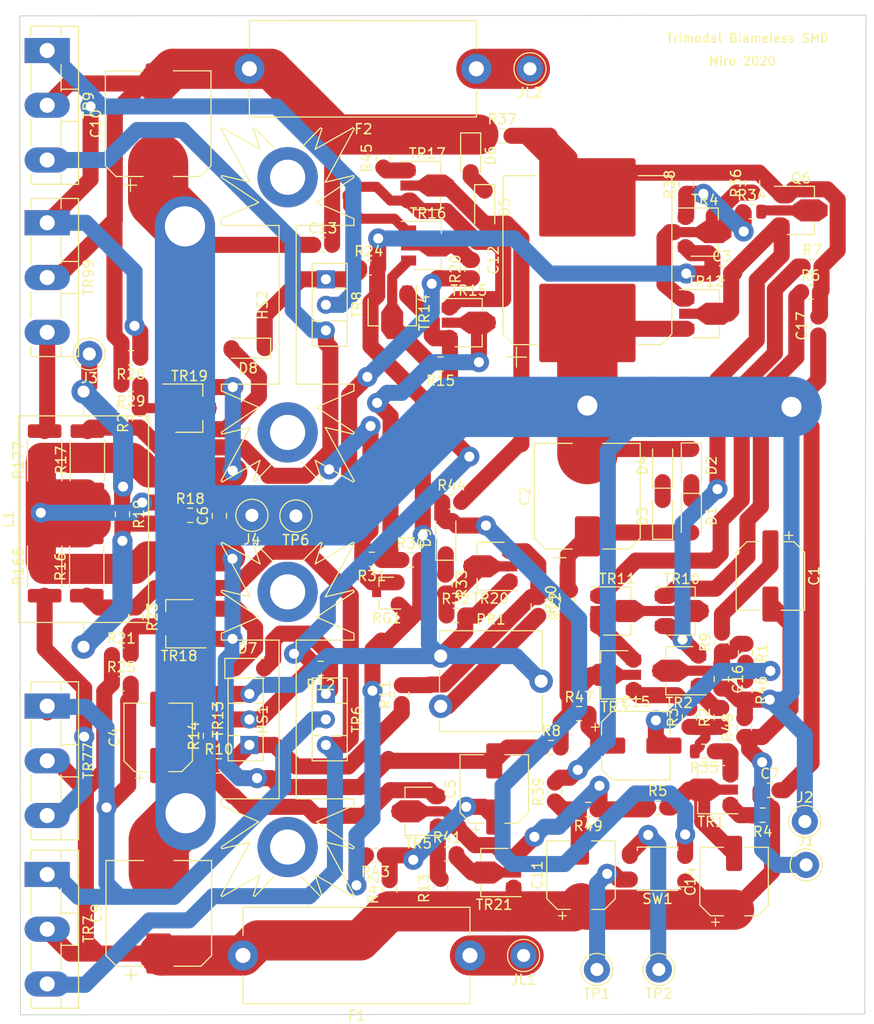
<source format=kicad_pcb>
(kicad_pcb (version 20171130) (host pcbnew 5.1.5-52549c5~84~ubuntu18.04.1)
  (layers (0 F.Cu signal) (31 B.Cu signal) (34 B.Paste user) (35 F.Paste user) (36 B.SilkS user) (37 F.SilkS user) (38 B.Mask user) (39 F.Mask user) (44 Edge.Cuts user))
  (net 0 "")
  (net 1 "Net-(C1-Pad1)")
  (net 2 "Net-(C1-Pad2)")
  (net 3 "Net-(C2-Pad1)")
  (net 4 GND)
  (net 5 "Net-(C3-Pad2)")
  (net 6 "Net-(C3-Pad1)")
  (net 7 "Net-(C4-Pad1)")
  (net 8 "Net-(C5-Pad1)")
  (net 9 NFB)
  (net 10 "Net-(C6-Pad1)")
  (net 11 VAA)
  (net 12 VCC)
  (net 13 "Net-(C11-Pad2)")
  (net 14 "Net-(C12-Pad2)")
  (net 15 "Net-(C14-Pad2)")
  (net 16 "Net-(C15-Pad2)")
  (net 17 "Net-(C15-Pad1)")
  (net 18 "Net-(C16-Pad1)")
  (net 19 "Net-(D1-Pad1)")
  (net 20 "Net-(D3-Pad2)")
  (net 21 "Net-(D5-Pad2)")
  (net 22 "Net-(D5-Pad1)")
  (net 23 "Net-(D7-Pad2)")
  (net 24 "Net-(D7-Pad1)")
  (net 25 "Net-(D8-Pad1)")
  (net 26 "Net-(D8-Pad2)")
  (net 27 "Net-(D9-Pad1)")
  (net 28 "Net-(D9-Pad2)")
  (net 29 +24V)
  (net 30 -24V)
  (net 31 "Net-(J3-Pad1)")
  (net 32 "Net-(PR1-Pad1)")
  (net 33 "Net-(Q6-Pad2)")
  (net 34 "Net-(R2-Pad2)")
  (net 35 "Net-(R2-Pad1)")
  (net 36 "Net-(R3-Pad2)")
  (net 37 "Net-(R4-Pad2)")
  (net 38 "Net-(R49-Pad1)")
  (net 39 "Net-(R6-Pad1)")
  (net 40 "Net-(R7-Pad1)")
  (net 41 "Net-(R40-Pad1)")
  (net 42 "Net-(R10-Pad2)")
  (net 43 "Net-(R10-Pad1)")
  (net 44 "Net-(R11-Pad2)")
  (net 45 "Net-(R13-Pad2)")
  (net 46 "Net-(R15-Pad2)")
  (net 47 "Net-(R17-Pad2)")
  (net 48 "Net-(R20-Pad2)")
  (net 49 "Net-(R21-Pad2)")
  (net 50 "Net-(R25-Pad2)")
  (net 51 "Net-(R26-Pad1)")
  (net 52 "Net-(R27-Pad2)")
  (net 53 "Net-(R30-Pad2)")
  (net 54 "Net-(R30-Pad1)")
  (net 55 "Net-(R32-Pad1)")
  (net 56 "Net-(R34-Pad1)")
  (net 57 "Net-(R35-Pad1)")
  (net 58 "Net-(R36-Pad1)")
  (net 59 "Net-(R41-Pad2)")
  (net 60 "Net-(R45-Pad1)")
  (net 61 "Net-(TP6-Pad1)")
  (net 62 "Net-(TR10-Pad2)")
  (net 63 "Net-(TR15-Pad1)")
  (net 64 "Net-(R166-Pad1)")
  (net 65 "Net-(R177-Pad2)")
  (net 66 "Net-(R16-Pad1)")
  (net 67 "Net-(TP1-Pad1)")
  (net 68 "Net-(TP2-Pad1)")
  (module Heatsink:Heatsink_Fischer_SK104-STCB_35x13mm__2xDrill3.5mm_ScrewM3 (layer F.Cu) (at 88.9 102.235 90)
    (fp_text reference HS1 (at -0.025 -2.5 90) (layer F.SilkS))
    (fp_text value Heatsink)
    (pad 1 thru_hole circle (at -12.7 0 270) (size 6 6) (drill 3.5) (layers *.Cu *.Mask))
    (pad 1 thru_hole circle (at 12.7 0 90) (size 6 6) (drill 3.5) (layers *.Cu *.Mask))
  )
  (module Capacitor_SMD:CP_Elec_10x10 (layer F.Cu) (at 76.073 121.5385 90)
    (fp_text reference C9 (at 0 -6.2 90) (layer F.SilkS))
    (fp_text value 220UF)
    (pad 1 smd roundrect (at -4 0 90) (size 4 2.5) (layers F.Cu F.Paste F.Mask) (roundrect_rratio 0.1) (net 11 VAA))
    (pad 2 smd roundrect (at 4 0 90) (size 4 2.5) (layers F.Cu F.Paste F.Mask) (roundrect_rratio 0.1) (net 4 GND))
  )
  (module Resistor_SMD:R_0805_2012Metric (layer F.Cu) (at 73.787 92.0265 270)
    (fp_text reference R23 (at 0 -1.65 90) (layer F.SilkS))
    (fp_text value 270R)
    (pad 1 smd roundrect (at -0.9375 0 270) (size 0.975 1.4) (layers F.Cu F.Paste F.Mask) (net 66 "Net-(R16-Pad1)"))
    (pad 2 smd roundrect (at 0.9375 0 270) (size 0.975 1.4) (layers F.Cu F.Paste F.Mask) (net 49 "Net-(R21-Pad2)"))
  )
  (module Capacitor_SMD:CP_Elec_6.3x5.3 (layer F.Cu) (at 136.9695 87.9535 270)
    (fp_text reference C1 (at 0 -4.35 90) (layer F.SilkS))
    (fp_text value 47/25)
    (pad 1 smd roundrect (at -2.8 0 270) (size 3.5 1.6) (layers F.Cu F.Paste F.Mask) (roundrect_rratio 0.15625) (net 1 "Net-(C1-Pad1)"))
    (pad 2 smd roundrect (at 2.8 0 270) (size 3.5 1.6) (layers F.Cu F.Paste F.Mask) (roundrect_rratio 0.15625) (net 2 "Net-(C1-Pad2)"))
  )
  (module Capacitor_SMD:CP_Elec_10x10 (layer F.Cu) (at 118.745 80.01 90)
    (fp_text reference C2 (at 0 -6.2 90) (layer F.SilkS))
    (fp_text value 1000UF)
    (pad 1 smd roundrect (at -4 0 90) (size 4 2.5) (layers F.Cu F.Paste F.Mask) (roundrect_rratio 0.1) (net 3 "Net-(C2-Pad1)"))
    (pad 2 smd roundrect (at 4 0 90) (size 4 2.5) (layers F.Cu F.Paste F.Mask) (roundrect_rratio 0.1) (net 4 GND))
  )
  (module Capacitor_SMD:CP_Elec_6.3x5.3 (layer F.Cu) (at 76.0095 104.019 90)
    (fp_text reference C4 (at 0 -4.35 90) (layer F.SilkS))
    (fp_text value 47/25)
    (pad 1 smd roundrect (at -2.8 0 90) (size 3.5 1.6) (layers F.Cu F.Paste F.Mask) (roundrect_rratio 0.15625) (net 7 "Net-(C4-Pad1)"))
    (pad 2 smd roundrect (at 2.8 0 90) (size 3.5 1.6) (layers F.Cu F.Paste F.Mask) (roundrect_rratio 0.15625) (net 6 "Net-(C3-Pad1)"))
  )
  (module Capacitor_SMD:CP_Elec_6.3x5.3 (layer F.Cu) (at 109.474 109.1565 90)
    (fp_text reference C5 (at 0 -4.35 90) (layer F.SilkS))
    (fp_text value 47/25)
    (pad 1 smd roundrect (at -2.8 0 90) (size 3.5 1.6) (layers F.Cu F.Paste F.Mask) (roundrect_rratio 0.15625) (net 8 "Net-(C5-Pad1)"))
    (pad 2 smd roundrect (at 2.8 0 90) (size 3.5 1.6) (layers F.Cu F.Paste F.Mask) (roundrect_rratio 0.15625) (net 9 NFB))
  )
  (module Capacitor_SMD:CP_Elec_10x10 (layer F.Cu) (at 76.0095 42.9265 90)
    (fp_text reference C10 (at 0 -6.2 90) (layer F.SilkS))
    (fp_text value 220UF)
    (pad 2 smd roundrect (at 4 0 90) (size 4 2.5) (layers F.Cu F.Paste F.Mask) (roundrect_rratio 0.1) (net 12 VCC))
    (pad 1 smd roundrect (at -4 0 90) (size 4 2.5) (layers F.Cu F.Paste F.Mask) (roundrect_rratio 0.1) (net 4 GND))
  )
  (module Capacitor_SMD:CP_Elec_6.3x5.3 (layer F.Cu) (at 118.11 117.735 90)
    (fp_text reference C11 (at 0 -4.35 90) (layer F.SilkS))
    (fp_text value 47/25)
    (pad 2 smd roundrect (at 2.8 0 90) (size 3.5 1.6) (layers F.Cu F.Paste F.Mask) (roundrect_rratio 0.15625) (net 13 "Net-(C11-Pad2)"))
    (pad 1 smd roundrect (at -2.8 0 90) (size 3.5 1.6) (layers F.Cu F.Paste F.Mask) (roundrect_rratio 0.15625) (net 11 VAA))
  )
  (module Capacitor_SMD:CP_Elec_16x17.5 (layer F.Cu) (at 118.745 56.515 90)
    (fp_text reference C12 (at 0 -9.35 90) (layer F.SilkS))
    (fp_text value 1000/40)
    (pad 1 smd roundrect (at -6.25 0 90) (size 7.8 9.6) (layers F.Cu F.Paste F.Mask) (roundrect_rratio 0.032051) (net 4 GND))
    (pad 2 smd roundrect (at 6.25 0 90) (size 7.8 9.6) (layers F.Cu F.Paste F.Mask) (roundrect_rratio 0.032051) (net 14 "Net-(C12-Pad2)"))
  )
  (module Capacitor_SMD:CP_Elec_6.3x5.3 (layer F.Cu) (at 133.35 118.37 90)
    (fp_text reference C14 (at 0 -4.35 90) (layer F.SilkS))
    (fp_text value 47/25)
    (pad 2 smd roundrect (at 2.8 0 90) (size 3.5 1.6) (layers F.Cu F.Paste F.Mask) (roundrect_rratio 0.15625) (net 15 "Net-(C14-Pad2)"))
    (pad 1 smd roundrect (at -2.8 0 90) (size 3.5 1.6) (layers F.Cu F.Paste F.Mask) (roundrect_rratio 0.15625) (net 11 VAA))
  )
  (module Capacitor_SMD:CP_Elec_6.3x5.3 (layer F.Cu) (at 123.565 104.8385)
    (fp_text reference C15 (at 0 -4.35) (layer F.SilkS))
    (fp_text value 47/25)
    (pad 2 smd roundrect (at 2.8 0) (size 3.5 1.6) (layers F.Cu F.Paste F.Mask) (roundrect_rratio 0.15625) (net 16 "Net-(C15-Pad2)"))
    (pad 1 smd roundrect (at -2.8 0) (size 3.5 1.6) (layers F.Cu F.Paste F.Mask) (roundrect_rratio 0.15625) (net 17 "Net-(C15-Pad1)"))
  )
  (module Diode_SMD:D_SOD-123 (layer F.Cu) (at 129.0955 81.9775 270)
    (fp_text reference D1 (at 0 -2 90) (layer F.SilkS))
    (fp_text value 1N4148)
    (pad 1 smd rect (at -1.65 0 270) (size 0.9 1.2) (layers F.Cu F.Paste F.Mask) (net 19 "Net-(D1-Pad1)"))
    (pad 2 smd rect (at 1.65 0 270) (size 0.9 1.2) (layers F.Cu F.Paste F.Mask) (net 3 "Net-(C2-Pad1)"))
  )
  (module Diode_SMD:D_SOD-123 (layer F.Cu) (at 129.0955 76.963 270)
    (fp_text reference D2 (at 0 -2 90) (layer F.SilkS))
    (fp_text value 1N4148)
    (pad 1 smd rect (at -1.65 0 270) (size 0.9 1.2) (layers F.Cu F.Paste F.Mask) (net 4 GND))
    (pad 2 smd rect (at 1.65 0 270) (size 0.9 1.2) (layers F.Cu F.Paste F.Mask) (net 19 "Net-(D1-Pad1)"))
  )
  (module Diode_SMD:D_SOD-123 (layer F.Cu) (at 126.238 82.041 90)
    (fp_text reference D3 (at 0 -2 90) (layer F.SilkS))
    (fp_text value 1N4148)
    (pad 2 smd rect (at 1.65 0 90) (size 0.9 1.2) (layers F.Cu F.Paste F.Mask) (net 20 "Net-(D3-Pad2)"))
    (pad 1 smd rect (at -1.65 0 90) (size 0.9 1.2) (layers F.Cu F.Paste F.Mask) (net 3 "Net-(C2-Pad1)"))
  )
  (module Diode_SMD:D_SOD-123 (layer F.Cu) (at 126.238 76.962 90)
    (fp_text reference D4 (at 0 -2 90) (layer F.SilkS))
    (fp_text value 1N4148)
    (pad 1 smd rect (at -1.65 0 90) (size 0.9 1.2) (layers F.Cu F.Paste F.Mask) (net 20 "Net-(D3-Pad2)"))
    (pad 2 smd rect (at 1.65 0 90) (size 0.9 1.2) (layers F.Cu F.Paste F.Mask) (net 4 GND))
  )
  (module Diode_SMD:D_SOD-123 (layer F.Cu) (at 108.5215 51.2435 270)
    (fp_text reference D5 (at 0 -2 90) (layer F.SilkS))
    (fp_text value 1N4148)
    (pad 2 smd rect (at 1.65 0 270) (size 0.9 1.2) (layers F.Cu F.Paste F.Mask) (net 21 "Net-(D5-Pad2)"))
    (pad 1 smd rect (at -1.65 0 270) (size 0.9 1.2) (layers F.Cu F.Paste F.Mask) (net 22 "Net-(D5-Pad1)"))
  )
  (module Diode_SMD:D_SOD-123 (layer F.Cu) (at 107.1245 46.102 270)
    (fp_text reference D6 (at 0 -2 90) (layer F.SilkS))
    (fp_text value 1N4148)
    (pad 2 smd rect (at 1.65 0 270) (size 0.9 1.2) (layers F.Cu F.Paste F.Mask) (net 22 "Net-(D5-Pad1)"))
    (pad 1 smd rect (at -1.65 0 270) (size 0.9 1.2) (layers F.Cu F.Paste F.Mask) (net 12 VCC))
  )
  (module Diode_SMD:D_SOD-123 (layer F.Cu) (at 84.9005 97.155)
    (fp_text reference D7 (at 0 -2) (layer F.SilkS))
    (fp_text value 1N4148)
    (pad 2 smd rect (at 1.65 0) (size 0.9 1.2) (layers F.Cu F.Paste F.Mask) (net 23 "Net-(D7-Pad2)"))
    (pad 1 smd rect (at -1.65 0) (size 0.9 1.2) (layers F.Cu F.Paste F.Mask) (net 24 "Net-(D7-Pad1)"))
  )
  (module Diode_SMD:D_SOD-123 (layer F.Cu) (at 84.964 65.278 180)
    (fp_text reference D8 (at 0 -2) (layer F.SilkS))
    (fp_text value 1N4148)
    (pad 1 smd rect (at -1.65 0 180) (size 0.9 1.2) (layers F.Cu F.Paste F.Mask) (net 25 "Net-(D8-Pad1)"))
    (pad 2 smd rect (at 1.65 0 180) (size 0.9 1.2) (layers F.Cu F.Paste F.Mask) (net 26 "Net-(D8-Pad2)"))
  )
  (module Diode_SMD:D_SOD-123 (layer F.Cu) (at 104.648 84.1385 90)
    (fp_text reference D9 (at 0 -2 90) (layer F.SilkS))
    (fp_text value 1N4148)
    (pad 1 smd rect (at -1.65 0 90) (size 0.9 1.2) (layers F.Cu F.Paste F.Mask) (net 27 "Net-(D9-Pad1)"))
    (pad 2 smd rect (at 1.65 0 90) (size 0.9 1.2) (layers F.Cu F.Paste F.Mask) (net 28 "Net-(D9-Pad2)"))
  )
  (module Fuse:Fuseholder_Cylinder-5x20mm_Stelvio-Kontek_PTF78_Horizontal_Open (layer F.Cu) (at 107.055 125.73 180)
    (fp_text reference F1 (at 11.25 -6) (layer F.SilkS))
    (fp_text value Fuse)
    (pad 1 thru_hole circle (at 0 0 180) (size 3 3) (drill 1.5) (layers *.Cu *.Mask) (net 29 +24V))
    (pad 2 thru_hole circle (at 22.6 0 180) (size 3 3) (drill 1.5) (layers *.Cu *.Mask) (net 11 VAA))
  )
  (module Fuse:Fuseholder_Cylinder-5x20mm_Stelvio-Kontek_PTF78_Horizontal_Open (layer F.Cu) (at 107.69 37.465 180)
    (fp_text reference F2 (at 11.25 -6) (layer F.SilkS))
    (fp_text value Fuse)
    (pad 2 thru_hole circle (at 22.6 0 180) (size 3 3) (drill 1.5) (layers *.Cu *.Mask) (net 12 VCC))
    (pad 1 thru_hole circle (at 0 0 180) (size 3 3) (drill 1.5) (layers *.Cu *.Mask) (net 30 -24V))
  )
  (module Heatsink:Heatsink_Fischer_SK104-STCB_35x13mm__2xDrill3.5mm_ScrewM3 (layer F.Cu) (at 88.9 60.96 90)
    (fp_text reference HS2 (at -0.025 -2.5 90) (layer F.SilkS))
    (fp_text value Heatsink)
    (pad 1 thru_hole circle (at 12.7 0 90) (size 6 6) (drill 3.5) (layers *.Cu *.Mask))
    (pad 1 thru_hole circle (at -12.7 0 270) (size 6 6) (drill 3.5) (layers *.Cu *.Mask))
  )
  (module Connector_Pin:Pin_D1.3mm_L11.0mm (layer F.Cu) (at 140.5255 116.713 180)
    (fp_text reference J1 (at 0 2.4) (layer F.SilkS))
    (fp_text value Conn_01x01_Male)
    (pad 1 thru_hole circle (at 0 0 180) (size 2.6 2.6) (drill 1.3) (layers *.Cu *.Mask) (net 2 "Net-(C1-Pad2)"))
  )
  (module Connector_Pin:Pin_D1.3mm_L11.0mm (layer F.Cu) (at 140.3985 112.395 180)
    (fp_text reference J2 (at 0 2.4) (layer F.SilkS))
    (fp_text value Conn_01x01_Male)
    (pad 1 thru_hole circle (at 0 0 180) (size 2.6 2.6) (drill 1.3) (layers *.Cu *.Mask) (net 4 GND))
  )
  (module Connector_Pin:Pin_D1.3mm_L11.0mm (layer F.Cu) (at 69.1515 65.8495)
    (fp_text reference J3 (at 0 2.4) (layer F.SilkS))
    (fp_text value Conn_01x01_Male)
    (pad 1 thru_hole circle (at 0 0) (size 2.6 2.6) (drill 1.3) (layers *.Cu *.Mask) (net 31 "Net-(J3-Pad1)"))
  )
  (module Connector_Pin:Pin_D1.3mm_L11.0mm (layer F.Cu) (at 85.344 81.915)
    (fp_text reference J4 (at 0 2.4) (layer F.SilkS))
    (fp_text value Conn_01x01_Male)
    (pad 1 thru_hole circle (at 0 0) (size 2.6 2.6) (drill 1.3) (layers *.Cu *.Mask) (net 4 GND))
  )
  (module Connector_Pin:Pin_D1.3mm_L11.0mm (layer F.Cu) (at 112.395 125.73)
    (fp_text reference JL1 (at 0 2.4) (layer F.SilkS))
    (fp_text value Conn_01x01_Female)
    (pad 1 thru_hole circle (at 0 0) (size 2.6 2.6) (drill 1.3) (layers *.Cu *.Mask) (net 29 +24V))
  )
  (module Connector_Pin:Pin_D1.3mm_L11.0mm (layer F.Cu) (at 113.03 37.465)
    (fp_text reference JL2 (at 0 2.4) (layer F.SilkS))
    (fp_text value Conn_01x01_Female)
    (pad 1 thru_hole circle (at 0 0) (size 2.6 2.6) (drill 1.3) (layers *.Cu *.Mask) (net 30 -24V))
  )
  (module Inductor_THT:L_Axial_L20.3mm_D12.7mm_P25.40mm_Horizontal_Vishay_IHA-201 (layer F.Cu) (at 68.58 94.996 90)
    (fp_text reference L1 (at 12.7 -7.47 90) (layer F.SilkS))
    (fp_text value "10 TURNS")
    (pad 1 thru_hole circle (at 0 0 90) (size 2.4 2.4) (drill 1.2) (layers *.Cu *.Mask) (net 9 NFB))
    (pad 2 thru_hole oval (at 25.4 0 90) (size 2.4 2.4) (drill 1.2) (layers *.Cu *.Mask) (net 31 "Net-(J3-Pad1)"))
  )
  (module Potentiometer_THT:Potentiometer_ACP_CA9-V10_Vertical (layer F.Cu) (at 104.14 100.925)
    (fp_text reference PR1 (at 5 -8.65) (layer F.SilkS))
    (fp_text value 1K)
    (pad 3 thru_hole circle (at 0 -5) (size 2.34 2.34) (drill 1.3) (layers *.Cu *.Mask) (net 6 "Net-(C3-Pad1)"))
    (pad 2 thru_hole circle (at 10 -2.5) (size 2.34 2.34) (drill 1.3) (layers *.Cu *.Mask) (net 6 "Net-(C3-Pad1)"))
    (pad 1 thru_hole circle (at 0 0) (size 2.34 2.34) (drill 1.3) (layers *.Cu *.Mask) (net 32 "Net-(PR1-Pad1)"))
  )
  (module Package_TO_SOT_SMD:SOT-89-3 (layer F.Cu) (at 139.573 51.562)
    (fp_text reference Q6 (at 0.45 -3.2) (layer F.SilkS))
    (fp_text value Q_NPN_EBC)
    (pad 2 smd trapezoid (at 2.667 0 270) (size 1.6 0.85) (rect_delta 0 0.6) (layers F.Cu F.Paste F.Mask) (net 33 "Net-(Q6-Pad2)"))
    (pad 1 smd rect (at -1.48 -1.5 270) (size 1 1.5) (layers F.Cu F.Paste F.Mask) (net 14 "Net-(C12-Pad2)"))
    (pad 2 smd rect (at -1.3335 0 270) (size 1 1.8) (layers F.Cu F.Paste F.Mask) (net 33 "Net-(Q6-Pad2)"))
    (pad 3 smd rect (at -1.48 1.5 270) (size 1 1.5) (layers F.Cu F.Paste F.Mask) (net 5 "Net-(C3-Pad2)"))
    (pad 2 smd rect (at 1.3335 0 270) (size 2.2 1.84) (layers F.Cu F.Paste F.Mask) (net 33 "Net-(Q6-Pad2)"))
    (pad 2 smd trapezoid (at -0.0762 0 90) (size 1.5 1) (rect_delta 0 0.7) (layers F.Cu F.Paste F.Mask) (net 33 "Net-(Q6-Pad2)"))
  )
  (module Connector_Pin:Pin_D1.3mm_L11.0mm (layer F.Cu) (at 89.7255 81.9785)
    (fp_text reference TP6 (at 0 2.4) (layer F.SilkS))
    (fp_text value Conn_01x01_Female)
    (pad 1 thru_hole circle (at 0 0) (size 2.6 2.6) (drill 1.3) (layers *.Cu *.Mask) (net 61 "Net-(TP6-Pad1)"))
  )
  (module Package_TO_SOT_SMD:SOT-89-3 (layer F.Cu) (at 131.5085 109.22 180)
    (fp_text reference TR1 (at 0.45 -3.2) (layer F.SilkS))
    (fp_text value Q_PNP_EBC)
    (pad 2 smd trapezoid (at -0.0762 0 270) (size 1.5 1) (rect_delta 0 0.7) (layers F.Cu F.Paste F.Mask) (net 15 "Net-(C14-Pad2)"))
    (pad 2 smd rect (at 1.3335 0 90) (size 2.2 1.84) (layers F.Cu F.Paste F.Mask) (net 15 "Net-(C14-Pad2)"))
    (pad 3 smd rect (at -1.48 1.5 90) (size 1 1.5) (layers F.Cu F.Paste F.Mask) (net 57 "Net-(R35-Pad1)"))
    (pad 2 smd rect (at -1.3335 0 90) (size 1 1.8) (layers F.Cu F.Paste F.Mask) (net 15 "Net-(C14-Pad2)"))
    (pad 1 smd rect (at -1.48 -1.5 90) (size 1 1.5) (layers F.Cu F.Paste F.Mask) (net 37 "Net-(R4-Pad2)"))
    (pad 2 smd trapezoid (at 2.667 0 90) (size 1.6 0.85) (rect_delta 0 0.6) (layers F.Cu F.Paste F.Mask) (net 15 "Net-(C14-Pad2)"))
  )
  (module Package_TO_SOT_SMD:SOT-89-3 (layer F.Cu) (at 128.3335 97.385 180)
    (fp_text reference TR2 (at 0.45 -3.2) (layer F.SilkS))
    (fp_text value Q_PNP_EBC)
    (pad 2 smd trapezoid (at -0.0762 0 270) (size 1.5 1) (rect_delta 0 0.7) (layers F.Cu F.Paste F.Mask) (net 18 "Net-(C16-Pad1)"))
    (pad 2 smd rect (at 1.3335 0 90) (size 2.2 1.84) (layers F.Cu F.Paste F.Mask) (net 18 "Net-(C16-Pad1)"))
    (pad 3 smd rect (at -1.48 1.5 90) (size 1 1.5) (layers F.Cu F.Paste F.Mask) (net 5 "Net-(C3-Pad2)"))
    (pad 2 smd rect (at -1.3335 0 90) (size 1 1.8) (layers F.Cu F.Paste F.Mask) (net 18 "Net-(C16-Pad1)"))
    (pad 1 smd rect (at -1.48 -1.5 90) (size 1 1.5) (layers F.Cu F.Paste F.Mask) (net 34 "Net-(R2-Pad2)"))
    (pad 2 smd trapezoid (at 2.667 0 90) (size 1.6 0.85) (rect_delta 0 0.6) (layers F.Cu F.Paste F.Mask) (net 18 "Net-(C16-Pad1)"))
  )
  (module Package_TO_SOT_SMD:SOT-89-3 (layer F.Cu) (at 121.8565 97.79 180)
    (fp_text reference TR3 (at 0.45 -3.2) (layer F.SilkS))
    (fp_text value Q_PNP_EBC)
    (pad 2 smd trapezoid (at 2.667 0 90) (size 1.6 0.85) (rect_delta 0 0.6) (layers F.Cu F.Paste F.Mask) (net 41 "Net-(R40-Pad1)"))
    (pad 1 smd rect (at -1.48 -1.5 90) (size 1 1.5) (layers F.Cu F.Paste F.Mask) (net 36 "Net-(R3-Pad2)"))
    (pad 2 smd rect (at -1.3335 0 90) (size 1 1.8) (layers F.Cu F.Paste F.Mask) (net 41 "Net-(R40-Pad1)"))
    (pad 3 smd rect (at -1.48 1.5 90) (size 1 1.5) (layers F.Cu F.Paste F.Mask) (net 62 "Net-(TR10-Pad2)"))
    (pad 2 smd rect (at 1.3335 0 90) (size 2.2 1.84) (layers F.Cu F.Paste F.Mask) (net 41 "Net-(R40-Pad1)"))
    (pad 2 smd trapezoid (at -0.0762 0 270) (size 1.5 1) (rect_delta 0 0.7) (layers F.Cu F.Paste F.Mask) (net 41 "Net-(R40-Pad1)"))
  )
  (module Package_TO_SOT_SMD:SOT-89-3 (layer F.Cu) (at 129.9972 53.721)
    (fp_text reference TR4 (at 0.45 -3.2) (layer F.SilkS))
    (fp_text value Q_NPN_EBC)
    (pad 2 smd trapezoid (at 2.667 0 270) (size 1.6 0.85) (rect_delta 0 0.6) (layers F.Cu F.Paste F.Mask) (net 58 "Net-(R36-Pad1)"))
    (pad 1 smd rect (at -1.48 -1.5 270) (size 1 1.5) (layers F.Cu F.Paste F.Mask) (net 56 "Net-(R34-Pad1)"))
    (pad 2 smd rect (at -1.3335 0 270) (size 1 1.8) (layers F.Cu F.Paste F.Mask) (net 58 "Net-(R36-Pad1)"))
    (pad 3 smd rect (at -1.48 1.5 270) (size 1 1.5) (layers F.Cu F.Paste F.Mask) (net 6 "Net-(C3-Pad1)"))
    (pad 2 smd rect (at 1.3335 0 270) (size 2.2 1.84) (layers F.Cu F.Paste F.Mask) (net 58 "Net-(R36-Pad1)"))
    (pad 2 smd trapezoid (at -0.0762 0 90) (size 1.5 1) (rect_delta 0 0.7) (layers F.Cu F.Paste F.Mask) (net 58 "Net-(R36-Pad1)"))
  )
  (module Package_TO_SOT_SMD:SOT-89-3 (layer F.Cu) (at 102.362 111.379 180)
    (fp_text reference TR5 (at 0.45 -3.2) (layer F.SilkS))
    (fp_text value Q_PNP_EBC)
    (pad 2 smd trapezoid (at 2.667 0 90) (size 1.6 0.85) (rect_delta 0 0.6) (layers F.Cu F.Paste F.Mask) (net 38 "Net-(R49-Pad1)"))
    (pad 1 smd rect (at -1.48 -1.5 90) (size 1 1.5) (layers F.Cu F.Paste F.Mask) (net 45 "Net-(R13-Pad2)"))
    (pad 2 smd rect (at -1.3335 0 90) (size 1 1.8) (layers F.Cu F.Paste F.Mask) (net 38 "Net-(R49-Pad1)"))
    (pad 3 smd rect (at -1.48 1.5 90) (size 1 1.5) (layers F.Cu F.Paste F.Mask) (net 43 "Net-(R10-Pad1)"))
    (pad 2 smd rect (at 1.3335 0 90) (size 2.2 1.84) (layers F.Cu F.Paste F.Mask) (net 38 "Net-(R49-Pad1)"))
    (pad 2 smd trapezoid (at -0.0762 0 270) (size 1.5 1) (rect_delta 0 0.7) (layers F.Cu F.Paste F.Mask) (net 38 "Net-(R49-Pad1)"))
  )
  (module Package_TO_SOT_THT:TO-126-3_Vertical (layer F.Cu) (at 92.71 99.695 270)
    (fp_text reference TR6 (at 2.54 -3.12 90) (layer F.SilkS))
    (fp_text value MJE13003)
    (pad 3 thru_hole oval (at 5.08 0 270) (size 1.8 1.8) (drill 1) (layers *.Cu *.Mask) (net 66 "Net-(R16-Pad1)"))
    (pad 2 thru_hole oval (at 2.54 0 270) (size 1.8 1.8) (drill 1) (layers *.Cu *.Mask) (net 50 "Net-(R25-Pad2)"))
    (pad 1 thru_hole rect (at 0 0 270) (size 1.8 1.8) (drill 1) (layers *.Cu *.Mask) (net 23 "Net-(D7-Pad2)"))
  )
  (module Package_TO_SOT_THT:TO-3P-3_Vertical (layer F.Cu) (at 64.9605 117.6655 270)
    (fp_text reference TR7 (at 5.45 -4.12 90) (layer F.SilkS))
    (fp_text value 2N3055)
    (pad 1 thru_hole rect (at 0 0 270) (size 2.5 4.5) (drill 1.5) (layers *.Cu *.Mask) (net 50 "Net-(R25-Pad2)"))
    (pad 2 thru_hole oval (at 5.45 0 270) (size 2.5 4.5) (drill 1.5) (layers *.Cu *.Mask) (net 11 VAA))
    (pad 3 thru_hole oval (at 10.9 0 270) (size 2.5 4.5) (drill 1.5) (layers *.Cu *.Mask) (net 66 "Net-(R16-Pad1)"))
  )
  (module Package_TO_SOT_THT:TO-126-3_Vertical (layer F.Cu) (at 92.71 58.42 270)
    (fp_text reference TR8 (at 2.54 -3.12 90) (layer F.SilkS))
    (fp_text value BCP51)
    (pad 1 thru_hole rect (at 0 0 270) (size 1.8 1.8) (drill 1) (layers *.Cu *.Mask) (net 25 "Net-(D8-Pad1)"))
    (pad 2 thru_hole oval (at 2.54 0 270) (size 1.8 1.8) (drill 1) (layers *.Cu *.Mask) (net 51 "Net-(R26-Pad1)"))
    (pad 3 thru_hole oval (at 5.08 0 270) (size 1.8 1.8) (drill 1) (layers *.Cu *.Mask) (net 47 "Net-(R17-Pad2)"))
  )
  (module Package_TO_SOT_THT:TO-3P-3_Vertical (layer F.Cu) (at 64.9605 35.6455 270)
    (fp_text reference TR9 (at 5.45 -4.12 90) (layer F.SilkS))
    (fp_text value 2N3055)
    (pad 1 thru_hole rect (at 0 0 270) (size 2.5 4.5) (drill 1.5) (layers *.Cu *.Mask) (net 51 "Net-(R26-Pad1)"))
    (pad 2 thru_hole oval (at 5.45 0 270) (size 2.5 4.5) (drill 1.5) (layers *.Cu *.Mask) (net 12 VCC))
    (pad 3 thru_hole oval (at 10.9 0 270) (size 2.5 4.5) (drill 1.5) (layers *.Cu *.Mask) (net 47 "Net-(R17-Pad2)"))
  )
  (module Package_TO_SOT_SMD:SOT-89-3 (layer F.Cu) (at 127.6985 91.44)
    (fp_text reference TR10 (at 0.45 -3.2) (layer F.SilkS))
    (fp_text value Q_NPN_EBC)
    (pad 2 smd trapezoid (at 2.667 0 270) (size 1.6 0.85) (rect_delta 0 0.6) (layers F.Cu F.Paste F.Mask) (net 62 "Net-(TR10-Pad2)"))
    (pad 1 smd rect (at -1.48 -1.5 270) (size 1 1.5) (layers F.Cu F.Paste F.Mask) (net 39 "Net-(R6-Pad1)"))
    (pad 2 smd rect (at -1.3335 0 270) (size 1 1.8) (layers F.Cu F.Paste F.Mask) (net 62 "Net-(TR10-Pad2)"))
    (pad 3 smd rect (at -1.48 1.5 270) (size 1 1.5) (layers F.Cu F.Paste F.Mask) (net 5 "Net-(C3-Pad2)"))
    (pad 2 smd rect (at 1.3335 0 270) (size 2.2 1.84) (layers F.Cu F.Paste F.Mask) (net 62 "Net-(TR10-Pad2)"))
    (pad 2 smd trapezoid (at -0.0762 0 90) (size 1.5 1) (rect_delta 0 0.7) (layers F.Cu F.Paste F.Mask) (net 62 "Net-(TR10-Pad2)"))
  )
  (module Package_TO_SOT_SMD:SOT-89-3 (layer F.Cu) (at 121.285 91.44)
    (fp_text reference TR11 (at 0.45 -3.2) (layer F.SilkS))
    (fp_text value Q_NPN_EBC)
    (pad 2 smd trapezoid (at -0.0762 0 90) (size 1.5 1) (rect_delta 0 0.7) (layers F.Cu F.Paste F.Mask) (net 62 "Net-(TR10-Pad2)"))
    (pad 2 smd rect (at 1.3335 0 270) (size 2.2 1.84) (layers F.Cu F.Paste F.Mask) (net 62 "Net-(TR10-Pad2)"))
    (pad 3 smd rect (at -1.48 1.5 270) (size 1 1.5) (layers F.Cu F.Paste F.Mask) (net 62 "Net-(TR10-Pad2)"))
    (pad 2 smd rect (at -1.3335 0 270) (size 1 1.8) (layers F.Cu F.Paste F.Mask) (net 62 "Net-(TR10-Pad2)"))
    (pad 1 smd rect (at -1.48 -1.5 270) (size 1 1.5) (layers F.Cu F.Paste F.Mask) (net 40 "Net-(R7-Pad1)"))
    (pad 2 smd trapezoid (at 2.667 0 270) (size 1.6 0.85) (rect_delta 0 0.6) (layers F.Cu F.Paste F.Mask) (net 62 "Net-(TR10-Pad2)"))
  )
  (module Package_TO_SOT_SMD:SOT-89-3 (layer F.Cu) (at 130.1115 61.849)
    (fp_text reference TR12 (at 0.45 -3.2) (layer F.SilkS))
    (fp_text value Q_NPN_EBC)
    (pad 2 smd trapezoid (at -0.0762 0 90) (size 1.5 1) (rect_delta 0 0.7) (layers F.Cu F.Paste F.Mask) (net 5 "Net-(C3-Pad2)"))
    (pad 2 smd rect (at 1.3335 0 270) (size 2.2 1.84) (layers F.Cu F.Paste F.Mask) (net 5 "Net-(C3-Pad2)"))
    (pad 3 smd rect (at -1.48 1.5 270) (size 1 1.5) (layers F.Cu F.Paste F.Mask) (net 4 GND))
    (pad 2 smd rect (at -1.3335 0 270) (size 1 1.8) (layers F.Cu F.Paste F.Mask) (net 5 "Net-(C3-Pad2)"))
    (pad 1 smd rect (at -1.48 -1.5 270) (size 1 1.5) (layers F.Cu F.Paste F.Mask) (net 58 "Net-(R36-Pad1)"))
    (pad 2 smd trapezoid (at 2.667 0 270) (size 1.6 0.85) (rect_delta 0 0.6) (layers F.Cu F.Paste F.Mask) (net 5 "Net-(C3-Pad2)"))
  )
  (module Package_TO_SOT_THT:TO-126-3_Vertical (layer F.Cu) (at 85.09 104.775 90)
    (fp_text reference TR13 (at 2.54 -3.12 90) (layer F.SilkS))
    (fp_text value MJE13003)
    (pad 1 thru_hole rect (at 0 0 90) (size 1.8 1.8) (drill 1) (layers *.Cu *.Mask) (net 42 "Net-(R10-Pad2)"))
    (pad 2 thru_hole oval (at 2.54 0 90) (size 1.8 1.8) (drill 1) (layers *.Cu *.Mask) (net 7 "Net-(C4-Pad1)"))
    (pad 3 thru_hole oval (at 5.08 0 90) (size 1.8 1.8) (drill 1) (layers *.Cu *.Mask) (net 6 "Net-(C3-Pad1)"))
  )
  (module Package_TO_SOT_SMD:SOT-89-3 (layer F.Cu) (at 99.314 61.2775 270)
    (fp_text reference TR14 (at 0.45 -3.2 90) (layer F.SilkS))
    (fp_text value Q_PNP_EBC)
    (pad 2 smd trapezoid (at -0.0762 0) (size 1.5 1) (rect_delta 0 0.7) (layers F.Cu F.Paste F.Mask) (net 46 "Net-(R15-Pad2)"))
    (pad 2 smd rect (at 1.3335 0 180) (size 2.2 1.84) (layers F.Cu F.Paste F.Mask) (net 46 "Net-(R15-Pad2)"))
    (pad 3 smd rect (at -1.48 1.5 180) (size 1 1.5) (layers F.Cu F.Paste F.Mask) (net 6 "Net-(C3-Pad1)"))
    (pad 2 smd rect (at -1.3335 0 180) (size 1 1.8) (layers F.Cu F.Paste F.Mask) (net 46 "Net-(R15-Pad2)"))
    (pad 1 smd rect (at -1.48 -1.5 180) (size 1 1.5) (layers F.Cu F.Paste F.Mask) (net 7 "Net-(C4-Pad1)"))
    (pad 2 smd trapezoid (at 2.667 0 180) (size 1.6 0.85) (rect_delta 0 0.6) (layers F.Cu F.Paste F.Mask) (net 46 "Net-(R15-Pad2)"))
  )
  (module Package_TO_SOT_SMD:SOT-89-3 (layer F.Cu) (at 106.4895 62.738)
    (fp_text reference TR15 (at 0.45 -3.2) (layer F.SilkS))
    (fp_text value Q_NPN_EBC)
    (pad 2 smd trapezoid (at 2.667 0 270) (size 1.6 0.85) (rect_delta 0 0.6) (layers F.Cu F.Paste F.Mask) (net 54 "Net-(R30-Pad1)"))
    (pad 1 smd rect (at -1.48 -1.5 270) (size 1 1.5) (layers F.Cu F.Paste F.Mask) (net 63 "Net-(TR15-Pad1)"))
    (pad 2 smd rect (at -1.3335 0 270) (size 1 1.8) (layers F.Cu F.Paste F.Mask) (net 54 "Net-(R30-Pad1)"))
    (pad 3 smd rect (at -1.48 1.5 270) (size 1 1.5) (layers F.Cu F.Paste F.Mask) (net 7 "Net-(C4-Pad1)"))
    (pad 2 smd rect (at 1.3335 0 270) (size 2.2 1.84) (layers F.Cu F.Paste F.Mask) (net 54 "Net-(R30-Pad1)"))
    (pad 2 smd trapezoid (at -0.0762 0 90) (size 1.5 1) (rect_delta 0 0.7) (layers F.Cu F.Paste F.Mask) (net 54 "Net-(R30-Pad1)"))
  )
  (module Package_TO_SOT_SMD:SOT-89-3 (layer F.Cu) (at 102.4255 55.0545)
    (fp_text reference TR16 (at 0.45 -3.2) (layer F.SilkS))
    (fp_text value Q_NPN_EBC)
    (pad 2 smd trapezoid (at 2.667 0 270) (size 1.6 0.85) (rect_delta 0 0.6) (layers F.Cu F.Paste F.Mask) (net 48 "Net-(R20-Pad2)"))
    (pad 1 smd rect (at -1.48 -1.5 270) (size 1 1.5) (layers F.Cu F.Paste F.Mask) (net 63 "Net-(TR15-Pad1)"))
    (pad 2 smd rect (at -1.3335 0 270) (size 1 1.8) (layers F.Cu F.Paste F.Mask) (net 48 "Net-(R20-Pad2)"))
    (pad 3 smd rect (at -1.48 1.5 270) (size 1 1.5) (layers F.Cu F.Paste F.Mask) (net 46 "Net-(R15-Pad2)"))
    (pad 2 smd rect (at 1.3335 0 270) (size 2.2 1.84) (layers F.Cu F.Paste F.Mask) (net 48 "Net-(R20-Pad2)"))
    (pad 2 smd trapezoid (at -0.0762 0 90) (size 1.5 1) (rect_delta 0 0.7) (layers F.Cu F.Paste F.Mask) (net 48 "Net-(R20-Pad2)"))
  )
  (module Package_TO_SOT_SMD:SOT-89-3 (layer F.Cu) (at 102.362 49.0855)
    (fp_text reference TR17 (at 0.45 -3.2) (layer F.SilkS))
    (fp_text value Q_NPN_EBC)
    (pad 2 smd trapezoid (at 2.667 0 270) (size 1.6 0.85) (rect_delta 0 0.6) (layers F.Cu F.Paste F.Mask) (net 21 "Net-(D5-Pad2)"))
    (pad 1 smd rect (at -1.48 -1.5 270) (size 1 1.5) (layers F.Cu F.Paste F.Mask) (net 60 "Net-(R45-Pad1)"))
    (pad 2 smd rect (at -1.3335 0 270) (size 1 1.8) (layers F.Cu F.Paste F.Mask) (net 21 "Net-(D5-Pad2)"))
    (pad 3 smd rect (at -1.48 1.5 270) (size 1 1.5) (layers F.Cu F.Paste F.Mask) (net 63 "Net-(TR15-Pad1)"))
    (pad 2 smd rect (at 1.3335 0 270) (size 2.2 1.84) (layers F.Cu F.Paste F.Mask) (net 21 "Net-(D5-Pad2)"))
    (pad 2 smd trapezoid (at -0.0762 0 90) (size 1.5 1) (rect_delta 0 0.7) (layers F.Cu F.Paste F.Mask) (net 21 "Net-(D5-Pad2)"))
  )
  (module Package_TO_SOT_SMD:SOT-89-3 (layer F.Cu) (at 78.5495 92.71 180)
    (fp_text reference TR18 (at 0.45 -3.2) (layer F.SilkS))
    (fp_text value Q_NPN_EBC)
    (pad 2 smd trapezoid (at 2.667 0 90) (size 1.6 0.85) (rect_delta 0 0.6) (layers F.Cu F.Paste F.Mask) (net 49 "Net-(R21-Pad2)"))
    (pad 1 smd rect (at -1.48 -1.5 90) (size 1 1.5) (layers F.Cu F.Paste F.Mask) (net 9 NFB))
    (pad 2 smd rect (at -1.3335 0 90) (size 1 1.8) (layers F.Cu F.Paste F.Mask) (net 49 "Net-(R21-Pad2)"))
    (pad 3 smd rect (at -1.48 1.5 90) (size 1 1.5) (layers F.Cu F.Paste F.Mask) (net 24 "Net-(D7-Pad1)"))
    (pad 2 smd rect (at 1.3335 0 90) (size 2.2 1.84) (layers F.Cu F.Paste F.Mask) (net 49 "Net-(R21-Pad2)"))
    (pad 2 smd trapezoid (at -0.0762 0 270) (size 1.5 1) (rect_delta 0 0.7) (layers F.Cu F.Paste F.Mask) (net 49 "Net-(R21-Pad2)"))
  )
  (module Package_TO_SOT_SMD:SOT-89-3 (layer F.Cu) (at 78.6765 71.247)
    (fp_text reference TR19 (at 0.45 -3.2) (layer F.SilkS))
    (fp_text value Q_PNP_EBC)
    (pad 2 smd trapezoid (at -0.0762 0 90) (size 1.5 1) (rect_delta 0 0.7) (layers F.Cu F.Paste F.Mask) (net 52 "Net-(R27-Pad2)"))
    (pad 2 smd rect (at 1.3335 0 270) (size 2.2 1.84) (layers F.Cu F.Paste F.Mask) (net 52 "Net-(R27-Pad2)"))
    (pad 3 smd rect (at -1.48 1.5 270) (size 1 1.5) (layers F.Cu F.Paste F.Mask) (net 26 "Net-(D8-Pad2)"))
    (pad 2 smd rect (at -1.3335 0 270) (size 1 1.8) (layers F.Cu F.Paste F.Mask) (net 52 "Net-(R27-Pad2)"))
    (pad 1 smd rect (at -1.48 -1.5 270) (size 1 1.5) (layers F.Cu F.Paste F.Mask) (net 9 NFB))
    (pad 2 smd trapezoid (at 2.667 0 270) (size 1.6 0.85) (rect_delta 0 0.6) (layers F.Cu F.Paste F.Mask) (net 52 "Net-(R27-Pad2)"))
  )
  (module Package_TO_SOT_SMD:SOT-89-3 (layer F.Cu) (at 109.5375 86.995 180)
    (fp_text reference TR20 (at 0.45 -3.2) (layer F.SilkS))
    (fp_text value Q_NPN_EBC)
    (pad 2 smd trapezoid (at -0.0762 0 270) (size 1.5 1) (rect_delta 0 0.7) (layers F.Cu F.Paste F.Mask) (net 55 "Net-(R32-Pad1)"))
    (pad 2 smd rect (at 1.3335 0 90) (size 2.2 1.84) (layers F.Cu F.Paste F.Mask) (net 55 "Net-(R32-Pad1)"))
    (pad 3 smd rect (at -1.48 1.5 90) (size 1 1.5) (layers F.Cu F.Paste F.Mask) (net 44 "Net-(R11-Pad2)"))
    (pad 2 smd rect (at -1.3335 0 90) (size 1 1.8) (layers F.Cu F.Paste F.Mask) (net 55 "Net-(R32-Pad1)"))
    (pad 1 smd rect (at -1.48 -1.5 90) (size 1 1.5) (layers F.Cu F.Paste F.Mask) (net 6 "Net-(C3-Pad1)"))
    (pad 2 smd trapezoid (at 2.667 0 90) (size 1.6 0.85) (rect_delta 0 0.6) (layers F.Cu F.Paste F.Mask) (net 55 "Net-(R32-Pad1)"))
  )
  (module Package_TO_SOT_SMD:SOT-89-3 (layer F.Cu) (at 109.9185 117.475 180)
    (fp_text reference TR21 (at 0.45 -3.2) (layer F.SilkS))
    (fp_text value Q_PNP_EBC)
    (pad 2 smd trapezoid (at -0.0762 0 270) (size 1.5 1) (rect_delta 0 0.7) (layers F.Cu F.Paste F.Mask) (net 59 "Net-(R41-Pad2)"))
    (pad 2 smd rect (at 1.3335 0 90) (size 2.2 1.84) (layers F.Cu F.Paste F.Mask) (net 59 "Net-(R41-Pad2)"))
    (pad 3 smd rect (at -1.48 1.5 90) (size 1 1.5) (layers F.Cu F.Paste F.Mask) (net 38 "Net-(R49-Pad1)"))
    (pad 2 smd rect (at -1.3335 0 90) (size 1 1.8) (layers F.Cu F.Paste F.Mask) (net 59 "Net-(R41-Pad2)"))
    (pad 1 smd rect (at -1.48 -1.5 90) (size 1 1.5) (layers F.Cu F.Paste F.Mask) (net 11 VAA))
    (pad 2 smd trapezoid (at 2.667 0 90) (size 1.6 0.85) (rect_delta 0 0.6) (layers F.Cu F.Paste F.Mask) (net 59 "Net-(R41-Pad2)"))
  )
  (module Package_TO_SOT_THT:TO-3P-3_Vertical (layer F.Cu) (at 64.9605 52.7905 270)
    (fp_text reference TR99 (at 5.45 -4.12 90) (layer F.SilkS))
    (fp_text value 2N3055)
    (pad 3 thru_hole oval (at 10.9 0 270) (size 2.5 4.5) (drill 1.5) (layers *.Cu *.Mask) (net 65 "Net-(R177-Pad2)"))
    (pad 2 thru_hole oval (at 5.45 0 270) (size 2.5 4.5) (drill 1.5) (layers *.Cu *.Mask) (net 12 VCC))
    (pad 1 thru_hole rect (at 0 0 270) (size 2.5 4.5) (drill 1.5) (layers *.Cu *.Mask) (net 51 "Net-(R26-Pad1)"))
  )
  (module Resistor_SMD:R_2512_6332Metric (layer F.Cu) (at 68.8975 87.016 90)
    (fp_text reference R16 (at 0 -2.62 90) (layer F.SilkS))
    (fp_text value 0R1)
    (pad 1 smd roundrect (at -2.9 0 90) (size 1.35 3.35) (layers F.Cu F.Paste F.Mask) (roundrect_rratio 0.185185) (net 66 "Net-(R16-Pad1)"))
    (pad 2 smd roundrect (at 2.9 0 90) (size 1.35 3.35) (layers F.Cu F.Paste F.Mask) (roundrect_rratio 0.185185) (net 9 NFB))
  )
  (module Resistor_SMD:R_2512_6332Metric (layer F.Cu) (at 68.961 76.433 90)
    (fp_text reference R17 (at 0 -2.62 90) (layer F.SilkS))
    (fp_text value 0R1)
    (pad 2 smd roundrect (at 2.9 0 90) (size 1.35 3.35) (layers F.Cu F.Paste F.Mask) (roundrect_rratio 0.185185) (net 47 "Net-(R17-Pad2)"))
    (pad 1 smd roundrect (at -2.9 0 90) (size 1.35 3.35) (layers F.Cu F.Paste F.Mask) (roundrect_rratio 0.185185) (net 9 NFB))
  )
  (module Capacitor_SMD:C_0805_2012Metric (layer F.Cu) (at 132.1285 57.785)
    (fp_text reference C3 (at 0 -1.65) (layer F.SilkS))
    (fp_text value 100PF)
    (pad 2 smd roundrect (at 0.9375 0) (size 0.975 1.4) (layers F.Cu F.Paste F.Mask) (net 5 "Net-(C3-Pad2)"))
    (pad 1 smd roundrect (at -0.9375 0) (size 0.975 1.4) (layers F.Cu F.Paste F.Mask) (net 6 "Net-(C3-Pad1)"))
  )
  (module Capacitor_SMD:C_0805_2012Metric (layer F.Cu) (at 82.1055 81.9635 90)
    (fp_text reference C6 (at 0 -1.65 90) (layer F.SilkS))
    (fp_text value 100NF)
    (pad 2 smd roundrect (at 0.9375 0 90) (size 0.975 1.4) (layers F.Cu F.Paste F.Mask) (net 4 GND))
    (pad 1 smd roundrect (at -0.9375 0 90) (size 0.975 1.4) (layers F.Cu F.Paste F.Mask) (net 10 "Net-(C6-Pad1)"))
  )
  (module Capacitor_SMD:C_0805_2012Metric (layer F.Cu) (at 136.921 109.2835)
    (fp_text reference C7 (at 0 -1.65) (layer F.SilkS))
    (fp_text value 100NF)
    (pad 1 smd roundrect (at -0.9375 0) (size 0.975 1.4) (layers F.Cu F.Paste F.Mask) (net 11 VAA))
    (pad 2 smd roundrect (at 0.9375 0) (size 0.975 1.4) (layers F.Cu F.Paste F.Mask) (net 4 GND))
  )
  (module Capacitor_SMD:C_0805_2012Metric (layer F.Cu) (at 92.3925 54.991)
    (fp_text reference C13 (at 0 -1.65) (layer F.SilkS))
    (fp_text value 100NF)
    (pad 2 smd roundrect (at 0.9375 0) (size 0.975 1.4) (layers F.Cu F.Paste F.Mask) (net 12 VCC))
    (pad 1 smd roundrect (at -0.9375 0) (size 0.975 1.4) (layers F.Cu F.Paste F.Mask) (net 4 GND))
  )
  (module Capacitor_SMD:C_0805_2012Metric (layer F.Cu) (at 132.08 98.2195 270)
    (fp_text reference C16 (at 0 -1.65 90) (layer F.SilkS))
    (fp_text value 100PF)
    (pad 1 smd roundrect (at -0.9375 0 270) (size 0.975 1.4) (layers F.Cu F.Paste F.Mask) (net 18 "Net-(C16-Pad1)"))
    (pad 2 smd roundrect (at 0.9375 0 270) (size 0.975 1.4) (layers F.Cu F.Paste F.Mask) (net 4 GND))
  )
  (module Capacitor_SMD:C_0805_2012Metric (layer F.Cu) (at 141.732 63.0705 90)
    (fp_text reference C17 (at 0 -1.65 90) (layer F.SilkS))
    (fp_text value 100NF)
    (pad 1 smd roundrect (at -0.9375 0 90) (size 0.975 1.4) (layers F.Cu F.Paste F.Mask) (net 4 GND))
    (pad 2 smd roundrect (at 0.9375 0 90) (size 0.975 1.4) (layers F.Cu F.Paste F.Mask) (net 14 "Net-(C12-Pad2)"))
  )
  (module Resistor_SMD:R_0805_2012Metric (layer F.Cu) (at 134.493 95.646 270)
    (fp_text reference R1 (at 0 -1.65 90) (layer F.SilkS))
    (fp_text value 1K1)
    (pad 1 smd roundrect (at -0.9375 0 270) (size 0.975 1.4) (layers F.Cu F.Paste F.Mask) (net 18 "Net-(C16-Pad1)"))
    (pad 2 smd roundrect (at 0.9375 0 270) (size 0.975 1.4) (layers F.Cu F.Paste F.Mask) (net 16 "Net-(C15-Pad2)"))
  )
  (module Resistor_SMD:R_0805_2012Metric (layer F.Cu) (at 132.08 102.0295 90)
    (fp_text reference R2 (at 0 -1.65 90) (layer F.SilkS))
    (fp_text value 100R)
    (pad 2 smd roundrect (at 0.9375 0 90) (size 0.975 1.4) (layers F.Cu F.Paste F.Mask) (net 34 "Net-(R2-Pad2)"))
    (pad 1 smd roundrect (at -0.9375 0 90) (size 0.975 1.4) (layers F.Cu F.Paste F.Mask) (net 35 "Net-(R2-Pad1)"))
  )
  (module Resistor_SMD:R_0805_2012Metric (layer F.Cu) (at 128.905 102.0295 90)
    (fp_text reference R3 (at 0 -1.65 90) (layer F.SilkS))
    (fp_text value 100R)
    (pad 1 smd roundrect (at -0.9375 0 90) (size 0.975 1.4) (layers F.Cu F.Paste F.Mask) (net 35 "Net-(R2-Pad1)"))
    (pad 2 smd roundrect (at 0.9375 0 90) (size 0.975 1.4) (layers F.Cu F.Paste F.Mask) (net 36 "Net-(R3-Pad2)"))
  )
  (module Resistor_SMD:R_0805_2012Metric (layer F.Cu) (at 136.1925 111.76 180)
    (fp_text reference R4 (at 0 -1.65) (layer F.SilkS))
    (fp_text value 100R)
    (pad 1 smd roundrect (at -0.9375 0 180) (size 0.975 1.4) (layers F.Cu F.Paste F.Mask) (net 11 VAA))
    (pad 2 smd roundrect (at 0.9375 0 180) (size 0.975 1.4) (layers F.Cu F.Paste F.Mask) (net 37 "Net-(R4-Pad2)"))
  )
  (module Resistor_SMD:R_0805_2012Metric (layer F.Cu) (at 125.745 110.998)
    (fp_text reference R5 (at 0 -1.65) (layer F.SilkS))
    (fp_text value 2K2)
    (pad 2 smd roundrect (at 0.9375 0) (size 0.975 1.4) (layers F.Cu F.Paste F.Mask) (net 15 "Net-(C14-Pad2)"))
    (pad 1 smd roundrect (at -0.9375 0) (size 0.975 1.4) (layers F.Cu F.Paste F.Mask) (net 38 "Net-(R49-Pad1)"))
  )
  (module Resistor_SMD:R_0805_2012Metric (layer F.Cu) (at 140.97 59.69)
    (fp_text reference R6 (at 0 -1.65) (layer F.SilkS))
    (fp_text value 68R)
    (pad 2 smd roundrect (at 0.9375 0) (size 0.975 1.4) (layers F.Cu F.Paste F.Mask) (net 14 "Net-(C12-Pad2)"))
    (pad 1 smd roundrect (at -0.9375 0) (size 0.975 1.4) (layers F.Cu F.Paste F.Mask) (net 39 "Net-(R6-Pad1)"))
  )
  (module Resistor_SMD:R_0805_2012Metric (layer F.Cu) (at 141.12 57.15)
    (fp_text reference R7 (at 0 -1.65) (layer F.SilkS))
    (fp_text value 68R)
    (pad 1 smd roundrect (at -0.9375 0) (size 0.975 1.4) (layers F.Cu F.Paste F.Mask) (net 40 "Net-(R7-Pad1)"))
    (pad 2 smd roundrect (at 0.9375 0) (size 0.975 1.4) (layers F.Cu F.Paste F.Mask) (net 14 "Net-(C12-Pad2)"))
  )
  (module Resistor_SMD:R_0805_2012Metric (layer F.Cu) (at 115.1405 105.029)
    (fp_text reference R8 (at 0 -1.65) (layer F.SilkS))
    (fp_text value 2K2)
    (pad 1 smd roundrect (at -0.9375 0) (size 0.975 1.4) (layers F.Cu F.Paste F.Mask) (net 9 NFB))
    (pad 2 smd roundrect (at 0.9375 0) (size 0.975 1.4) (layers F.Cu F.Paste F.Mask) (net 41 "Net-(R40-Pad1)"))
  )
  (module Resistor_SMD:R_0805_2012Metric (layer F.Cu) (at 132.1435 94.5365 90)
    (fp_text reference R9 (at 0 -1.65 90) (layer F.SilkS))
    (fp_text value 10R)
    (pad 2 smd roundrect (at 0.9375 0 90) (size 0.975 1.4) (layers F.Cu F.Paste F.Mask) (net 1 "Net-(C1-Pad1)"))
    (pad 1 smd roundrect (at -0.9375 0 90) (size 0.975 1.4) (layers F.Cu F.Paste F.Mask) (net 18 "Net-(C16-Pad1)"))
  )
  (module Resistor_SMD:R_0805_2012Metric (layer F.Cu) (at 82.057 106.8555)
    (fp_text reference R10 (at 0 -1.65) (layer F.SilkS))
    (fp_text value 680R)
    (pad 2 smd roundrect (at 0.9375 0) (size 0.975 1.4) (layers F.Cu F.Paste F.Mask) (net 42 "Net-(R10-Pad2)"))
    (pad 1 smd roundrect (at -0.9375 0) (size 0.975 1.4) (layers F.Cu F.Paste F.Mask) (net 43 "Net-(R10-Pad1)"))
  )
  (module Resistor_SMD:R_0805_2012Metric (layer F.Cu) (at 100.2665 99.7585 90)
    (fp_text reference R11 (at 0 -1.65 90) (layer F.SilkS))
    (fp_text value 270R)
    (pad 2 smd roundrect (at 0.9375 0 90) (size 0.975 1.4) (layers F.Cu F.Paste F.Mask) (net 44 "Net-(R11-Pad2)"))
    (pad 1 smd roundrect (at -0.9375 0 90) (size 0.975 1.4) (layers F.Cu F.Paste F.Mask) (net 42 "Net-(R10-Pad2)"))
  )
  (module Resistor_SMD:R_0805_2012Metric (layer F.Cu) (at 92.187 97.155 180)
    (fp_text reference R12 (at 0 -1.65) (layer F.SilkS))
    (fp_text value 100R)
    (pad 1 smd roundrect (at -0.9375 0 180) (size 0.975 1.4) (layers F.Cu F.Paste F.Mask) (net 23 "Net-(D7-Pad2)"))
    (pad 2 smd roundrect (at 0.9375 0 180) (size 0.975 1.4) (layers F.Cu F.Paste F.Mask) (net 7 "Net-(C4-Pad1)"))
  )
  (module Resistor_SMD:R_0805_2012Metric (layer F.Cu) (at 104.14 119.0475 90)
    (fp_text reference R13 (at 0 -1.65 90) (layer F.SilkS))
    (fp_text value 68R)
    (pad 2 smd roundrect (at 0.9375 0 90) (size 0.975 1.4) (layers F.Cu F.Paste F.Mask) (net 45 "Net-(R13-Pad2)"))
    (pad 1 smd roundrect (at -0.9375 0 90) (size 0.975 1.4) (layers F.Cu F.Paste F.Mask) (net 11 VAA))
  )
  (module Resistor_SMD:R_0805_2012Metric (layer F.Cu) (at 81.2165 103.871 90)
    (fp_text reference R14 (at 0 -1.65 90) (layer F.SilkS))
    (fp_text value 16R)
    (pad 1 smd roundrect (at -0.9375 0 90) (size 0.975 1.4) (layers F.Cu F.Paste F.Mask) (net 43 "Net-(R10-Pad1)"))
    (pad 2 smd roundrect (at 0.9375 0 90) (size 0.975 1.4) (layers F.Cu F.Paste F.Mask) (net 7 "Net-(C4-Pad1)"))
  )
  (module Resistor_SMD:R_0805_2012Metric (layer F.Cu) (at 104.125 66.8655 180)
    (fp_text reference R15 (at 0 -1.65) (layer F.SilkS))
    (fp_text value 2K2)
    (pad 1 smd roundrect (at -0.9375 0 180) (size 0.975 1.4) (layers F.Cu F.Paste F.Mask) (net 7 "Net-(C4-Pad1)"))
    (pad 2 smd roundrect (at 0.9375 0 180) (size 0.975 1.4) (layers F.Cu F.Paste F.Mask) (net 46 "Net-(R15-Pad2)"))
  )
  (module Resistor_SMD:R_0805_2012Metric (layer F.Cu) (at 79.1995 81.915)
    (fp_text reference R18 (at 0 -1.65) (layer F.SilkS))
    (fp_text value 10R)
    (pad 2 smd roundrect (at 0.9375 0) (size 0.975 1.4) (layers F.Cu F.Paste F.Mask) (net 10 "Net-(C6-Pad1)"))
    (pad 1 smd roundrect (at -0.9375 0) (size 0.975 1.4) (layers F.Cu F.Paste F.Mask) (net 9 NFB))
  )
  (module Resistor_SMD:R_0805_2012Metric (layer F.Cu) (at 72.4535 81.803 270)
    (fp_text reference R19 (at 0 -1.65 90) (layer F.SilkS))
    (fp_text value 10R)
    (pad 1 smd roundrect (at -0.9375 0 270) (size 0.975 1.4) (layers F.Cu F.Paste F.Mask) (net 31 "Net-(J3-Pad1)"))
    (pad 2 smd roundrect (at 0.9375 0 270) (size 0.975 1.4) (layers F.Cu F.Paste F.Mask) (net 9 NFB))
  )
  (module Resistor_SMD:R_0805_2012Metric (layer F.Cu) (at 107.2515 57.389 90)
    (fp_text reference R20 (at 0 -1.65 90) (layer F.SilkS))
    (fp_text value 1K)
    (pad 1 smd roundrect (at -0.9375 0 90) (size 0.975 1.4) (layers F.Cu F.Paste F.Mask) (net 66 "Net-(R16-Pad1)"))
    (pad 2 smd roundrect (at 0.9375 0 90) (size 0.975 1.4) (layers F.Cu F.Paste F.Mask) (net 48 "Net-(R20-Pad2)"))
  )
  (module Resistor_SMD:R_0805_2012Metric (layer F.Cu) (at 72.3415 95.8215)
    (fp_text reference R21 (at 0 -1.65) (layer F.SilkS))
    (fp_text value 22K)
    (pad 2 smd roundrect (at 0.9375 0) (size 0.975 1.4) (layers F.Cu F.Paste F.Mask) (net 49 "Net-(R21-Pad2)"))
    (pad 1 smd roundrect (at -0.9375 0) (size 0.975 1.4) (layers F.Cu F.Paste F.Mask) (net 11 VAA))
  )
  (module Resistor_SMD:R_0805_2012Metric (layer F.Cu) (at 113.8555 90.9805 270)
    (fp_text reference R22 (at 0 -1.65 90) (layer F.SilkS))
    (fp_text value 100R)
    (pad 2 smd roundrect (at 0.9375 0 270) (size 0.975 1.4) (layers F.Cu F.Paste F.Mask) (net 32 "Net-(PR1-Pad1)"))
    (pad 1 smd roundrect (at -0.9375 0 270) (size 0.975 1.4) (layers F.Cu F.Paste F.Mask) (net 44 "Net-(R11-Pad2)"))
  )
  (module Resistor_SMD:R_0805_2012Metric (layer F.Cu) (at 96.9795 57.277)
    (fp_text reference R24 (at 0 -1.65) (layer F.SilkS))
    (fp_text value 100R)
    (pad 2 smd roundrect (at 0.9375 0) (size 0.975 1.4) (layers F.Cu F.Paste F.Mask) (net 6 "Net-(C3-Pad1)"))
    (pad 1 smd roundrect (at -0.9375 0) (size 0.975 1.4) (layers F.Cu F.Paste F.Mask) (net 25 "Net-(D8-Pad1)"))
  )
  (module Resistor_SMD:R_0805_2012Metric (layer F.Cu) (at 72.3415 98.679)
    (fp_text reference R25 (at 0 -1.65) (layer F.SilkS))
    (fp_text value 100R)
    (pad 1 smd roundrect (at -0.9375 0) (size 0.975 1.4) (layers F.Cu F.Paste F.Mask) (net 11 VAA))
    (pad 2 smd roundrect (at 0.9375 0) (size 0.975 1.4) (layers F.Cu F.Paste F.Mask) (net 50 "Net-(R25-Pad2)"))
  )
  (module Resistor_SMD:R_0805_2012Metric (layer F.Cu) (at 73.294 66.2305 180)
    (fp_text reference R26 (at 0 -1.65) (layer F.SilkS))
    (fp_text value 100R)
    (pad 2 smd roundrect (at 0.9375 0 180) (size 0.975 1.4) (layers F.Cu F.Paste F.Mask) (net 12 VCC))
    (pad 1 smd roundrect (at -0.9375 0 180) (size 0.975 1.4) (layers F.Cu F.Paste F.Mask) (net 51 "Net-(R26-Pad1)"))
  )
  (module Resistor_SMD:R_0805_2012Metric (layer F.Cu) (at 74.168 72.248 90)
    (fp_text reference R27 (at 0 -1.65 90) (layer F.SilkS))
    (fp_text value 270R)
    (pad 2 smd roundrect (at 0.9375 0 90) (size 0.975 1.4) (layers F.Cu F.Paste F.Mask) (net 52 "Net-(R27-Pad2)"))
    (pad 1 smd roundrect (at -0.9375 0 90) (size 0.975 1.4) (layers F.Cu F.Paste F.Mask) (net 47 "Net-(R17-Pad2)"))
  )
  (module Resistor_SMD:R_0805_2012Metric (layer F.Cu) (at 73.294 68.8975 180)
    (fp_text reference R29 (at 0 -1.65) (layer F.SilkS))
    (fp_text value 22K)
    (pad 1 smd roundrect (at -0.9375 0 180) (size 0.975 1.4) (layers F.Cu F.Paste F.Mask) (net 52 "Net-(R27-Pad2)"))
    (pad 2 smd roundrect (at 0.9375 0 180) (size 0.975 1.4) (layers F.Cu F.Paste F.Mask) (net 12 VCC))
  )
  (module Resistor_SMD:R_0805_2012Metric (layer F.Cu) (at 101.1705 86.36)
    (fp_text reference R30 (at 0 -1.65) (layer F.SilkS))
    (fp_text value 3K)
    (pad 2 smd roundrect (at 0.9375 0) (size 0.975 1.4) (layers F.Cu F.Paste F.Mask) (net 53 "Net-(R30-Pad2)"))
    (pad 1 smd roundrect (at -0.9375 0) (size 0.975 1.4) (layers F.Cu F.Paste F.Mask) (net 54 "Net-(R30-Pad1)"))
  )
  (module Resistor_SMD:R_0805_2012Metric (layer F.Cu) (at 97.282 86.2965 180)
    (fp_text reference R31 (at 0 -1.65) (layer F.SilkS))
    (fp_text value 1K)
    (pad 1 smd roundrect (at -0.9375 0 180) (size 0.975 1.4) (layers F.Cu F.Paste F.Mask) (net 54 "Net-(R30-Pad1)"))
    (pad 2 smd roundrect (at 0.9375 0 180) (size 0.975 1.4) (layers F.Cu F.Paste F.Mask) (net 47 "Net-(R17-Pad2)"))
  )
  (module Resistor_SMD:R_0805_2012Metric (layer F.Cu) (at 105.649 91.8845)
    (fp_text reference R32 (at 0 -1.65) (layer F.SilkS))
    (fp_text value 680K)
    (pad 2 smd roundrect (at 0.9375 0) (size 0.975 1.4) (layers F.Cu F.Paste F.Mask) (net 6 "Net-(C3-Pad1)"))
    (pad 1 smd roundrect (at -0.9375 0) (size 0.975 1.4) (layers F.Cu F.Paste F.Mask) (net 55 "Net-(R32-Pad1)"))
  )
  (module Resistor_SMD:R_0805_2012Metric (layer F.Cu) (at 104.5845 88.758 270)
    (fp_text reference R33 (at 0 -1.65 90) (layer F.SilkS))
    (fp_text value 100K)
    (pad 2 smd roundrect (at 0.9375 0 270) (size 0.975 1.4) (layers F.Cu F.Paste F.Mask) (net 55 "Net-(R32-Pad1)"))
    (pad 1 smd roundrect (at -0.9375 0 270) (size 0.975 1.4) (layers F.Cu F.Paste F.Mask) (net 27 "Net-(D9-Pad1)"))
  )
  (module Resistor_SMD:R_0805_2012Metric (layer F.Cu) (at 135.113 51.689)
    (fp_text reference R34 (at 0 -1.65) (layer F.SilkS))
    (fp_text value 2K2)
    (pad 2 smd roundrect (at 0.9375 0) (size 0.975 1.4) (layers F.Cu F.Paste F.Mask) (net 33 "Net-(Q6-Pad2)"))
    (pad 1 smd roundrect (at -0.9375 0) (size 0.975 1.4) (layers F.Cu F.Paste F.Mask) (net 56 "Net-(R34-Pad1)"))
  )
  (module Resistor_SMD:R_0805_2012Metric (layer F.Cu) (at 130.3805 105.41 180)
    (fp_text reference R35 (at 0 -1.65) (layer F.SilkS))
    (fp_text value 1K)
    (pad 1 smd roundrect (at -0.9375 0 180) (size 0.975 1.4) (layers F.Cu F.Paste F.Mask) (net 57 "Net-(R35-Pad1)"))
    (pad 2 smd roundrect (at 0.9375 0 180) (size 0.975 1.4) (layers F.Cu F.Paste F.Mask) (net 35 "Net-(R2-Pad1)"))
  )
  (module Resistor_SMD:R_0805_2012Metric (layer F.Cu) (at 135.1915 48.8465 90)
    (fp_text reference R36 (at 0 -1.65 90) (layer F.SilkS))
    (fp_text value 2K2)
    (pad 1 smd roundrect (at -0.9375 0 90) (size 0.975 1.4) (layers F.Cu F.Paste F.Mask) (net 58 "Net-(R36-Pad1)"))
    (pad 2 smd roundrect (at 0.9375 0 90) (size 0.975 1.4) (layers F.Cu F.Paste F.Mask) (net 14 "Net-(C12-Pad2)"))
  )
  (module Resistor_SMD:R_0805_2012Metric (layer F.Cu) (at 110.251 44.1325)
    (fp_text reference R37 (at 0 -1.65) (layer F.SilkS))
    (fp_text value 10R)
    (pad 1 smd roundrect (at -0.9375 0) (size 0.975 1.4) (layers F.Cu F.Paste F.Mask) (net 12 VCC))
    (pad 2 smd roundrect (at 0.9375 0) (size 0.975 1.4) (layers F.Cu F.Paste F.Mask) (net 14 "Net-(C12-Pad2)"))
  )
  (module Resistor_SMD:R_0805_2012Metric (layer F.Cu) (at 128.5875 48.9735 90)
    (fp_text reference R38 (at 0 -1.65 90) (layer F.SilkS))
    (fp_text value 10R)
    (pad 2 smd roundrect (at 0.9375 0 90) (size 0.975 1.4) (layers F.Cu F.Paste F.Mask) (net 14 "Net-(C12-Pad2)"))
    (pad 1 smd roundrect (at -0.9375 0 90) (size 0.975 1.4) (layers F.Cu F.Paste F.Mask) (net 56 "Net-(R34-Pad1)"))
  )
  (module Resistor_SMD:R_0805_2012Metric (layer F.Cu) (at 115.5065 109.459 90)
    (fp_text reference R39 (at 0 -1.65 90) (layer F.SilkS))
    (fp_text value 10K)
    (pad 2 smd roundrect (at 0.9375 0 90) (size 0.975 1.4) (layers F.Cu F.Paste F.Mask) (net 4 GND))
    (pad 1 smd roundrect (at -0.9375 0 90) (size 0.975 1.4) (layers F.Cu F.Paste F.Mask) (net 13 "Net-(C11-Pad2)"))
  )
  (module Resistor_SMD:R_0805_2012Metric (layer F.Cu) (at 116.7765 90.297 90)
    (fp_text reference R40 (at 0 -1.65 90) (layer F.SilkS))
    (fp_text value 110R)
    (pad 2 smd roundrect (at 0.9375 0 90) (size 0.975 1.4) (layers F.Cu F.Paste F.Mask) (net 3 "Net-(C2-Pad1)"))
    (pad 1 smd roundrect (at -0.9375 0 90) (size 0.975 1.4) (layers F.Cu F.Paste F.Mask) (net 41 "Net-(R40-Pad1)"))
  )
  (module Resistor_SMD:R_0805_2012Metric (layer F.Cu) (at 104.79 115.6335)
    (fp_text reference R41 (at 0 -1.65) (layer F.SilkS))
    (fp_text value 2K2)
    (pad 1 smd roundrect (at -0.9375 0) (size 0.975 1.4) (layers F.Cu F.Paste F.Mask) (net 45 "Net-(R13-Pad2)"))
    (pad 2 smd roundrect (at 0.9375 0) (size 0.975 1.4) (layers F.Cu F.Paste F.Mask) (net 59 "Net-(R41-Pad2)"))
  )
  (module Resistor_SMD:R_0805_2012Metric (layer F.Cu) (at 99.06 119.1745 90)
    (fp_text reference R42 (at 0 -1.65 90) (layer F.SilkS))
    (fp_text value 10K)
    (pad 1 smd roundrect (at -0.9375 0 90) (size 0.975 1.4) (layers F.Cu F.Paste F.Mask) (net 11 VAA))
    (pad 2 smd roundrect (at 0.9375 0 90) (size 0.975 1.4) (layers F.Cu F.Paste F.Mask) (net 8 "Net-(C5-Pad1)"))
  )
  (module Resistor_SMD:R_0805_2012Metric (layer F.Cu) (at 97.648 115.7605 180)
    (fp_text reference R43 (at 0 -1.65) (layer F.SilkS))
    (fp_text value 10K)
    (pad 1 smd roundrect (at -0.9375 0 180) (size 0.975 1.4) (layers F.Cu F.Paste F.Mask) (net 8 "Net-(C5-Pad1)"))
    (pad 2 smd roundrect (at 0.9375 0 180) (size 0.975 1.4) (layers F.Cu F.Paste F.Mask) (net 53 "Net-(R30-Pad2)"))
  )
  (module Resistor_SMD:R_0805_2012Metric (layer F.Cu) (at 105.2345 80.5815)
    (fp_text reference R44 (at 0 -1.65) (layer F.SilkS))
    (fp_text value 100K)
    (pad 1 smd roundrect (at -0.9375 0) (size 0.975 1.4) (layers F.Cu F.Paste F.Mask) (net 28 "Net-(D9-Pad2)"))
    (pad 2 smd roundrect (at 0.9375 0) (size 0.975 1.4) (layers F.Cu F.Paste F.Mask) (net 21 "Net-(D5-Pad2)"))
  )
  (module Resistor_SMD:R_0805_2012Metric (layer F.Cu) (at 98.425 46.355 90)
    (fp_text reference R45 (at 0 -1.65 90) (layer F.SilkS))
    (fp_text value 1K)
    (pad 2 smd roundrect (at 0.9375 0 90) (size 0.975 1.4) (layers F.Cu F.Paste F.Mask) (net 12 VCC))
    (pad 1 smd roundrect (at -0.9375 0 90) (size 0.975 1.4) (layers F.Cu F.Paste F.Mask) (net 60 "Net-(R45-Pad1)"))
  )
  (module Resistor_SMD:R_0805_2012Metric (layer F.Cu) (at 134.4295 99.329 270)
    (fp_text reference R46 (at 0 -1.65 90) (layer F.SilkS))
    (fp_text value 1K1)
    (pad 2 smd roundrect (at 0.9375 0 270) (size 0.975 1.4) (layers F.Cu F.Paste F.Mask) (net 4 GND))
    (pad 1 smd roundrect (at -0.9375 0 270) (size 0.975 1.4) (layers F.Cu F.Paste F.Mask) (net 16 "Net-(C15-Pad2)"))
  )
  (module Resistor_SMD:R_0805_2012Metric (layer F.Cu) (at 117.9195 101.6635)
    (fp_text reference R47 (at 0 -1.65) (layer F.SilkS))
    (fp_text value 100R)
    (pad 2 smd roundrect (at 0.9375 0) (size 0.975 1.4) (layers F.Cu F.Paste F.Mask) (net 17 "Net-(C15-Pad1)"))
    (pad 1 smd roundrect (at -0.9375 0) (size 0.975 1.4) (layers F.Cu F.Paste F.Mask) (net 41 "Net-(R40-Pad1)"))
  )
  (module Resistor_SMD:R_0805_2012Metric (layer F.Cu) (at 134.366 103.0455 90)
    (fp_text reference R48 (at 0 -1.65 90) (layer F.SilkS))
    (fp_text value 100K)
    (pad 1 smd roundrect (at -0.9375 0 90) (size 0.975 1.4) (layers F.Cu F.Paste F.Mask) (net 2 "Net-(C1-Pad2)"))
    (pad 2 smd roundrect (at 0.9375 0 90) (size 0.975 1.4) (layers F.Cu F.Paste F.Mask) (net 4 GND))
  )
  (module Resistor_SMD:R_0805_2012Metric (layer F.Cu) (at 118.8235 111.1885 180)
    (fp_text reference R49 (at 0 -1.65) (layer F.SilkS))
    (fp_text value 10K)
    (pad 1 smd roundrect (at -0.9375 0 180) (size 0.975 1.4) (layers F.Cu F.Paste F.Mask) (net 38 "Net-(R49-Pad1)"))
    (pad 2 smd roundrect (at 0.9375 0 180) (size 0.975 1.4) (layers F.Cu F.Paste F.Mask) (net 13 "Net-(C11-Pad2)"))
  )
  (module Resistor_SMD:R_2512_6332Metric (layer F.Cu) (at 64.7065 87.016 90)
    (fp_text reference R166 (at 0 -2.62 90) (layer F.SilkS))
    (fp_text value 0R1)
    (pad 2 smd roundrect (at 2.9 0 90) (size 1.35 3.35) (layers F.Cu F.Paste F.Mask) (roundrect_rratio 0.185185) (net 9 NFB))
    (pad 1 smd roundrect (at -2.9 0 90) (size 1.35 3.35) (layers F.Cu F.Paste F.Mask) (roundrect_rratio 0.185185) (net 64 "Net-(R166-Pad1)"))
  )
  (module Resistor_SMD:R_2512_6332Metric (layer F.Cu) (at 64.7065 76.433 90)
    (fp_text reference R177 (at 0 -2.62 90) (layer F.SilkS))
    (fp_text value 0R1)
    (pad 1 smd roundrect (at -2.9 0 90) (size 1.35 3.35) (layers F.Cu F.Paste F.Mask) (roundrect_rratio 0.185185) (net 9 NFB))
    (pad 2 smd roundrect (at 2.9 0 90) (size 1.35 3.35) (layers F.Cu F.Paste F.Mask) (roundrect_rratio 0.185185) (net 65 "Net-(R177-Pad2)"))
  )
  (module Package_TO_SOT_THT:TO-3P-3_Vertical (layer F.Cu) (at 64.9605 100.9015 270)
    (fp_text reference TR77 (at 5.45 -4.12 90) (layer F.SilkS))
    (fp_text value 2N3055)
    (pad 1 thru_hole rect (at 0 0 270) (size 2.5 4.5) (drill 1.5) (layers *.Cu *.Mask) (net 50 "Net-(R25-Pad2)"))
    (pad 2 thru_hole oval (at 5.45 0 270) (size 2.5 4.5) (drill 1.5) (layers *.Cu *.Mask) (net 11 VAA))
    (pad 3 thru_hole oval (at 10.9 0 270) (size 2.5 4.5) (drill 1.5) (layers *.Cu *.Mask) (net 64 "Net-(R166-Pad1)"))
  )
  (module Package_SO:SOP-4_3.8x4.1mm_P2.54mm (layer F.Cu) (at 125.73 117.094 180)
    (fp_text reference SW1 (at 0 -3) (layer F.SilkS))
    (fp_text value SW_SPST)
    (pad 1 smd roundrect (at -2.75 -1.27 180) (size 1.45 0.55) (layers F.Cu F.Paste F.Mask) (net 11 VAA))
    (pad 2 smd roundrect (at -2.75 1.27 180) (size 1.45 0.55) (layers F.Cu F.Paste F.Mask) (net 28 "Net-(D9-Pad2)"))
    (pad 3 smd roundrect (at 2.75 1.27 180) (size 1.45 0.55) (layers F.Cu F.Paste F.Mask))
    (pad 4 smd roundrect (at 2.75 -1.27 180) (size 1.45 0.55) (layers F.Cu F.Paste F.Mask))
  )
  (module Connector_Pin:Pin_D1.3mm_L11.0mm (layer F.Cu) (at 119.6975 127.127)
    (fp_text reference TP1 (at 0 2.4) (layer F.SilkS))
    (fp_text value Conn_01x01_Female)
    (pad 1 thru_hole circle (at 0 0) (size 2.6 2.6) (drill 1.3) (layers *.Cu *.Mask) (net 67 "Net-(TP1-Pad1)"))
  )
  (module Connector_Pin:Pin_D1.3mm_L11.0mm (layer F.Cu) (at 125.857 127.127)
    (fp_text reference TP2 (at 0 2.4) (layer F.SilkS))
    (fp_text value Conn_01x01_Female)
    (pad 1 thru_hole circle (at 0 0) (size 2.6 2.6) (drill 1.3) (layers *.Cu *.Mask) (net 68 "Net-(TP2-Pad1)"))
  )
  (module Package_TO_SOT_SMD:SOT-23 (layer F.Cu) (at 98.7585 89.6595 180)
    (fp_text reference RG1 (at 0 -2.5) (layer F.SilkS))
    (fp_text value LM385BZ-1.2)
    (pad 1 smd rect (at -1 -0.95 180) (size 0.9 0.8) (layers F.Cu F.Paste F.Mask))
    (pad 2 smd rect (at -1 0.95 180) (size 0.9 0.8) (layers F.Cu F.Paste F.Mask) (net 53 "Net-(R30-Pad2)"))
    (pad 3 smd rect (at 1 0 180) (size 0.9 0.8) (layers F.Cu F.Paste F.Mask) (net 47 "Net-(R17-Pad2)"))
  )
  (gr_text "Miro 2020" (at 134.1755 36.703) (layer F.SilkS) (effects (font (size 0.8636 0.8636) (thickness 0.1524))))
  (gr_text "Trimodal Blameless SMD" (at 134.6835 34.417) (layer F.SilkS) (effects (font (size 0.8636 0.8636) (thickness 0.1524))))
  (gr_line (start 146.4945 32.131) (end 146.3675 131.572) (layer Edge.Cuts) (width 0.1))
  (gr_line (start 62.23 32.1945) (end 146.4945 32.131) (layer Edge.Cuts) (width 0.1))
  (gr_line (start 62.2935 131.6355) (end 62.23 32.1945) (layer Edge.Cuts) (width 0.1))
  (gr_line (start 146.3675 131.572) (end 62.2935 131.6355) (layer Edge.Cuts) (width 0.1))
  (segment (start 122.98 115.549) (end 124.8005 113.7285) (width 1.6) (layer F.Cu) (net 68))
  (segment (start 122.98 115.824) (end 122.98 115.549) (width 1.6) (layer F.Cu) (net 68))
  (segment (start 121.91649 118.16999) (end 122.98 118.16999) (width 1.6) (layer F.Cu) (net 67))
  (segment (start 120.7135 117.602) (end 120.7135 117.602) (width 1.6) (layer F.Cu) (net 67))
  (segment (start 121.3485 117.602) (end 121.91649 118.16999) (width 1.6) (layer F.Cu) (net 67))
  (segment (start 124.8005 113.7285) (end 124.8005 113.7285) (width 1.6) (layer F.Cu) (net 68))
  (via (at 124.8005 113.7285) (size 2) (drill 1) (layers F.Cu B.Cu) (net 68))
  (segment (start 120.7135 117.602) (end 121.3485 117.602) (width 1.6) (layer F.Cu) (net 67))
  (via (at 120.7135 117.602) (size 2) (drill 1) (layers F.Cu B.Cu) (net 67))
  (segment (start 125.800499 114.728499) (end 125.800499 127.564501) (width 1.6) (layer B.Cu) (net 68))
  (segment (start 124.8005 113.7285) (end 125.800499 114.728499) (width 1.6) (layer B.Cu) (net 68))
  (segment (start 119.713501 118.601999) (end 119.713501 127.555499) (width 1.6) (layer B.Cu) (net 67))
  (segment (start 120.7135 117.602) (end 119.713501 118.601999) (width 1.6) (layer B.Cu) (net 67))
  (segment (start 132.1435 93.1115) (end 132.1435 93.599) (width 1.6) (layer F.Cu) (net 1))
  (segment (start 132.1435 91.761716) (end 132.1435 93.1115) (width 1.6) (layer F.Cu) (net 1))
  (segment (start 136.9695 86.935716) (end 132.1435 91.761716) (width 1.6) (layer F.Cu) (net 1))
  (segment (start 136.9695 85.1535) (end 136.9695 86.935716) (width 1.6) (layer F.Cu) (net 1))
  (segment (start 135.066 103.983) (end 134.366 103.983) (width 1.6) (layer F.Cu) (net 2))
  (segment (start 138.969501 101.163001) (end 136.149502 103.983) (width 1.6) (layer F.Cu) (net 2))
  (segment (start 136.149502 103.983) (end 135.066 103.983) (width 1.6) (layer F.Cu) (net 2))
  (segment (start 138.969501 92.753501) (end 138.969501 101.163001) (width 1.6) (layer F.Cu) (net 2))
  (segment (start 136.9695 90.7535) (end 138.969501 92.753501) (width 1.6) (layer F.Cu) (net 2))
  (segment (start 134.851527 104.468527) (end 134.851527 105.197027) (width 1.6) (layer F.Cu) (net 2))
  (segment (start 134.366 103.983) (end 134.851527 104.468527) (width 1.6) (layer F.Cu) (net 2))
  (segment (start 134.851527 105.197027) (end 136.144 106.4895) (width 1.6) (layer F.Cu) (net 2))
  (segment (start 136.144 106.4895) (end 136.2075 106.553) (width 1.6) (layer F.Cu) (net 2))
  (via (at 136.144 106.4895) (size 2) (drill 1) (layers F.Cu B.Cu) (net 2))
  (segment (start 136.144 106.4895) (end 136.144 115.189) (width 1.6) (layer B.Cu) (net 2))
  (segment (start 137.668 116.713) (end 140.5255 116.713) (width 1.6) (layer B.Cu) (net 2))
  (segment (start 136.144 115.189) (end 137.668 116.713) (width 1.6) (layer B.Cu) (net 2))
  (segment (start 116.7765 89.3595) (end 117.0155 89.3595) (width 1.6) (layer F.Cu) (net 3))
  (segment (start 119.1275 83.6275) (end 118.745 84.01) (width 1.6) (layer F.Cu) (net 3))
  (segment (start 129.0955 83.6275) (end 119.1275 83.6275) (width 1.6) (layer F.Cu) (net 3))
  (segment (start 116.7765 85.9785) (end 118.745 84.01) (width 1.6) (layer F.Cu) (net 3))
  (segment (start 116.7765 89.3595) (end 116.7765 85.9785) (width 1.6) (layer F.Cu) (net 3))
  (via (at 78.6765 53.1495) (size 5) (drill 4) (layers F.Cu B.Cu) (net 4))
  (segment (start 80.645 81.915) (end 82.483477 81.915) (width 6.000001) (layer B.Cu) (net 4))
  (segment (start 82.483477 81.915) (end 94.615 81.915) (width 6.000001) (layer B.Cu) (net 4))
  (segment (start 94.615 81.915) (end 105.41 71.12) (width 6.000001) (layer B.Cu) (net 4))
  (via (at 78.74 111.5695) (size 5) (drill 4) (layers F.Cu B.Cu) (net 4))
  (segment (start 78.74 81.915) (end 80.645 81.915) (width 6.000001) (layer B.Cu) (net 4))
  (segment (start 118.745 62.765) (end 118.745 66.665) (width 6.000001) (layer F.Cu) (net 4))
  (segment (start 105.41 71.12) (end 118.745 71.12) (width 6.000001) (layer B.Cu) (net 4))
  (segment (start 118.745 62.765) (end 118.745 75.82) (width 6.000001) (layer F.Cu) (net 4))
  (segment (start 118.745 62.765) (end 118.745 70.993) (width 6.000001) (layer F.Cu) (net 4))
  (segment (start 118.745 71.12) (end 118.745 71.12) (width 6.000001) (layer F.Cu) (net 4))
  (segment (start 119.075 63.095) (end 118.745 62.765) (width 1) (layer F.Cu) (net 4))
  (segment (start 139.065 71.12) (end 139.065 71.12) (width 6.000001) (layer B.Cu) (net 4))
  (segment (start 118.745 70.993) (end 118.745 71.12) (width 6.000001) (layer F.Cu) (net 4))
  (via (at 118.745 70.993) (size 4) (drill 2) (layers F.Cu B.Cu) (net 4))
  (segment (start 139.065 71.12) (end 139.065 71.12) (width 6.000001) (layer B.Cu) (net 4))
  (via (at 139.065 71.12) (size 4) (drill 2) (layers F.Cu B.Cu) (net 4))
  (segment (start 78.74 81.915) (end 78.74 112.268) (width 6.000001) (layer B.Cu) (net 4))
  (segment (start 76.073 114.2365) (end 78.74 111.5695) (width 6.000001) (layer F.Cu) (net 4))
  (segment (start 76.073 117.5385) (end 76.073 114.2365) (width 6.000001) (layer F.Cu) (net 4))
  (segment (start 78.6765 81.8515) (end 78.74 81.915) (width 6.000001) (layer B.Cu) (net 4))
  (segment (start 78.6765 53.1495) (end 78.6765 81.8515) (width 6.000001) (layer B.Cu) (net 4))
  (segment (start 76.0095 50.4825) (end 78.6765 53.1495) (width 6.000001) (layer F.Cu) (net 4))
  (segment (start 76.0095 46.9265) (end 76.0095 50.4825) (width 6.000001) (layer F.Cu) (net 4))
  (segment (start 80.518 54.991) (end 78.6765 53.1495) (width 1.6) (layer F.Cu) (net 4))
  (segment (start 91.455 54.991) (end 80.518 54.991) (width 1.6) (layer F.Cu) (net 4))
  (segment (start 115.992027 108.035973) (end 117.008027 108.035973) (width 1.6) (layer F.Cu) (net 4))
  (segment (start 115.5065 108.5215) (end 115.992027 108.035973) (width 1.6) (layer F.Cu) (net 4))
  (segment (start 117.008027 108.035973) (end 117.7925 107.2515) (width 1.6) (layer F.Cu) (net 4))
  (segment (start 117.7925 107.2515) (end 117.7925 107.2515) (width 1.6) (layer F.Cu) (net 4))
  (via (at 117.7925 107.2515) (size 2) (drill 1) (layers F.Cu B.Cu) (net 4))
  (segment (start 119.571 75.184) (end 118.745 76.01) (width 1.6) (layer F.Cu) (net 4))
  (segment (start 119.442 75.313) (end 118.745 76.01) (width 1.6) (layer F.Cu) (net 4))
  (segment (start 129.0955 75.313) (end 119.442 75.313) (width 1.6) (layer F.Cu) (net 4))
  (segment (start 141.732 68.453) (end 139.065 71.12) (width 1.6) (layer F.Cu) (net 4))
  (segment (start 141.732 64.008) (end 141.732 68.453) (width 1.6) (layer F.Cu) (net 4))
  (segment (start 119.329 63.349) (end 118.745 62.765) (width 1.6) (layer F.Cu) (net 4))
  (segment (start 128.6315 63.349) (end 119.329 63.349) (width 1.6) (layer F.Cu) (net 4))
  (segment (start 128.524 71.12) (end 139.065 71.12) (width 6.000001) (layer B.Cu) (net 4))
  (segment (start 120.777 75.5015) (end 125.1585 71.12) (width 1.6) (layer B.Cu) (net 4))
  (segment (start 120.65 104.394) (end 120.777 104.394) (width 1.6) (layer B.Cu) (net 4))
  (segment (start 117.7925 107.2515) (end 120.65 104.394) (width 1.6) (layer B.Cu) (net 4))
  (segment (start 118.745 71.12) (end 125.1585 71.12) (width 6.000001) (layer B.Cu) (net 4))
  (segment (start 120.777 104.394) (end 120.777 75.5015) (width 1.6) (layer B.Cu) (net 4))
  (segment (start 125.1585 71.12) (end 128.524 71.12) (width 6.000001) (layer B.Cu) (net 4))
  (segment (start 133.845556 100.2665) (end 134.4295 100.2665) (width 1.6) (layer F.Cu) (net 4))
  (segment (start 132.736056 99.157) (end 133.845556 100.2665) (width 1.6) (layer F.Cu) (net 4))
  (segment (start 132.08 99.157) (end 132.736056 99.157) (width 1.6) (layer F.Cu) (net 4))
  (segment (start 134.4295 102.0445) (end 134.366 102.108) (width 1.6) (layer F.Cu) (net 4))
  (segment (start 134.4295 100.2665) (end 134.4295 102.0445) (width 1.6) (layer F.Cu) (net 4))
  (segment (start 134.4295 100.2665) (end 135.1295 100.2665) (width 1.6) (layer F.Cu) (net 4))
  (segment (start 135.1295 100.2665) (end 136.906 100.2665) (width 1.6) (layer F.Cu) (net 4))
  (segment (start 136.906 100.2665) (end 136.906 100.2665) (width 1.6) (layer F.Cu) (net 4))
  (via (at 136.906 100.2665) (size 2) (drill 1) (layers F.Cu B.Cu) (net 4))
  (segment (start 141.064999 73.119999) (end 139.065 71.12) (width 1.6) (layer F.Cu) (net 4))
  (segment (start 141.064999 106.564501) (end 141.064999 73.119999) (width 1.6) (layer F.Cu) (net 4))
  (segment (start 138.346 109.2835) (end 141.064999 106.564501) (width 1.6) (layer F.Cu) (net 4))
  (segment (start 137.8585 109.2835) (end 138.346 109.2835) (width 1.6) (layer F.Cu) (net 4))
  (segment (start 140.3985 103.759) (end 140.3985 112.395) (width 1.6) (layer B.Cu) (net 4))
  (segment (start 136.906 100.2665) (end 140.3985 103.759) (width 1.6) (layer B.Cu) (net 4))
  (segment (start 139.065 73.948427) (end 139.065 71.12) (width 1.6) (layer B.Cu) (net 4))
  (segment (start 139.065 99.521713) (end 139.065 73.948427) (width 1.6) (layer B.Cu) (net 4))
  (segment (start 138.320213 100.2665) (end 139.065 99.521713) (width 1.6) (layer B.Cu) (net 4))
  (segment (start 136.906 100.2665) (end 138.320213 100.2665) (width 1.6) (layer B.Cu) (net 4))
  (segment (start 84.455 81.026) (end 85.344 81.915) (width 1.6) (layer F.Cu) (net 4))
  (segment (start 82.1055 81.026) (end 84.455 81.026) (width 1.6) (layer F.Cu) (net 4))
  (segment (start 133.37 57.785) (end 133.066 57.785) (width 1.6) (layer F.Cu) (net 5))
  (segment (start 126.8685 92.94) (end 128.21625 94.28775) (width 1.6) (layer F.Cu) (net 5))
  (segment (start 126.2185 92.94) (end 126.8685 92.94) (width 1.6) (layer F.Cu) (net 5))
  (segment (start 128.21625 94.28775) (end 129.8135 95.885) (width 1.6) (layer F.Cu) (net 5))
  (via (at 128.21625 94.28775) (size 2) (drill 1) (layers F.Cu B.Cu) (net 5))
  (segment (start 128.21625 94.28775) (end 128.21625 82.79425) (width 1.6) (layer B.Cu) (net 5))
  (segment (start 128.21625 82.79425) (end 131.699 79.3115) (width 1.6) (layer B.Cu) (net 5))
  (segment (start 131.699 79.3115) (end 131.699 79.3115) (width 1.6) (layer B.Cu) (net 5))
  (via (at 131.699 79.3115) (size 2) (drill 1) (layers F.Cu B.Cu) (net 5))
  (segment (start 131.699 79.3115) (end 131.699 68.3895) (width 1.6) (layer F.Cu) (net 5))
  (segment (start 135.61399 64.47451) (end 135.61399 58.50551) (width 1.6) (layer F.Cu) (net 5))
  (segment (start 131.699 68.3895) (end 135.61399 64.47451) (width 1.6) (layer F.Cu) (net 5))
  (segment (start 138.093 56.0265) (end 138.093 53.062) (width 1.6) (layer F.Cu) (net 5))
  (segment (start 135.61399 58.50551) (end 138.093 56.0265) (width 1.6) (layer F.Cu) (net 5))
  (segment (start 133.066 61.5615) (end 132.7785 61.849) (width 1.6) (layer F.Cu) (net 5))
  (segment (start 133.066 57.785) (end 133.066 61.5615) (width 1.6) (layer F.Cu) (net 5))
  (segment (start 137.789 53.062) (end 133.066 57.785) (width 1.6) (layer F.Cu) (net 5))
  (segment (start 138.093 53.062) (end 137.789 53.062) (width 1.6) (layer F.Cu) (net 5))
  (segment (start 128.778 61.849) (end 132.7785 61.849) (width 1) (layer F.Cu) (net 5))
  (segment (start 77.5335 99.695) (end 85.09 99.695) (width 1.6) (layer F.Cu) (net 6))
  (segment (start 76.0095 101.219) (end 77.5335 99.695) (width 1.6) (layer F.Cu) (net 6))
  (segment (start 102.485371 95.925) (end 104.14 95.925) (width 1.6) (layer B.Cu) (net 6))
  (segment (start 92.879998 95.925) (end 102.485371 95.925) (width 1.6) (layer B.Cu) (net 6))
  (segment (start 90.009997 98.795001) (end 92.879998 95.925) (width 1.6) (layer B.Cu) (net 6))
  (segment (start 85.989999 98.795001) (end 90.009997 98.795001) (width 1.6) (layer B.Cu) (net 6))
  (segment (start 85.09 99.695) (end 85.989999 98.795001) (width 1.6) (layer B.Cu) (net 6))
  (segment (start 107.628 91.8845) (end 106.5865 91.8845) (width 1.6) (layer F.Cu) (net 6))
  (segment (start 111.0175 88.495) (end 107.628 91.8845) (width 1.6) (layer F.Cu) (net 6))
  (segment (start 106.5865 93.4785) (end 104.14 95.925) (width 1.6) (layer F.Cu) (net 6))
  (segment (start 106.5865 91.8845) (end 106.5865 93.4785) (width 1.6) (layer F.Cu) (net 6))
  (segment (start 111.64 95.925) (end 114.14 98.425) (width 1.6) (layer B.Cu) (net 6))
  (segment (start 104.14 95.925) (end 111.64 95.925) (width 1.6) (layer B.Cu) (net 6))
  (segment (start 102.970001 94.755001) (end 102.970001 84.491501) (width 1.6) (layer B.Cu) (net 6))
  (segment (start 104.14 95.925) (end 102.970001 94.755001) (width 1.6) (layer B.Cu) (net 6))
  (segment (start 102.970001 84.491501) (end 102.362 83.8835) (width 1.6) (layer B.Cu) (net 6))
  (segment (start 102.362 83.8835) (end 102.362 83.8835) (width 1.6) (layer B.Cu) (net 6))
  (via (at 102.362 83.8835) (size 2) (drill 1) (layers F.Cu B.Cu) (net 6))
  (segment (start 102.362 70.2945) (end 102.362 83.8835) (width 1.6) (layer F.Cu) (net 6))
  (segment (start 97.155 65.0875) (end 102.362 70.2945) (width 1.6) (layer F.Cu) (net 6))
  (segment (start 97.155 60.7065) (end 97.155 65.0875) (width 1.6) (layer F.Cu) (net 6))
  (segment (start 97.814 60.0475) (end 97.155 60.7065) (width 1.6) (layer F.Cu) (net 6))
  (segment (start 97.814 59.7975) (end 97.814 60.0475) (width 1.6) (layer F.Cu) (net 6))
  (segment (start 97.814 57.38) (end 97.917 57.277) (width 1.6) (layer F.Cu) (net 6))
  (segment (start 97.814 59.7975) (end 97.814 57.38) (width 1.6) (layer F.Cu) (net 6))
  (segment (start 97.917 57.277) (end 97.917 54.356) (width 1.6) (layer F.Cu) (net 6))
  (segment (start 97.917 54.356) (end 97.917 54.356) (width 1.6) (layer F.Cu) (net 6))
  (via (at 97.917 54.356) (size 2) (drill 1) (layers F.Cu B.Cu) (net 6))
  (segment (start 97.917 54.356) (end 111.4425 54.356) (width 1.6) (layer B.Cu) (net 6))
  (segment (start 111.4425 54.356) (end 114.935 57.8485) (width 1.6) (layer B.Cu) (net 6))
  (segment (start 114.935 57.8485) (end 128.5875 57.8485) (width 1.6) (layer B.Cu) (net 6))
  (segment (start 128.5875 57.8485) (end 128.5875 57.8485) (width 1.6) (layer B.Cu) (net 6))
  (segment (start 131.1275 57.8485) (end 131.191 57.785) (width 1.6) (layer F.Cu) (net 6))
  (segment (start 128.5875 57.8485) (end 131.1275 57.8485) (width 1.6) (layer F.Cu) (net 6))
  (via (at 128.5875 57.8485) (size 2) (drill 1) (layers F.Cu B.Cu) (net 6))
  (segment (start 129.11721 55.82101) (end 128.5172 55.221) (width 1.6) (layer F.Cu) (net 6))
  (segment (start 131.191 56.1975) (end 130.81451 55.82101) (width 1.6) (layer F.Cu) (net 6))
  (segment (start 130.81451 55.82101) (end 129.11721 55.82101) (width 1.6) (layer F.Cu) (net 6))
  (segment (start 131.191 57.785) (end 131.191 56.1975) (width 1.6) (layer F.Cu) (net 6))
  (segment (start 79.895 102.9335) (end 81.2165 102.9335) (width 1.6) (layer F.Cu) (net 7))
  (segment (start 76.0095 106.819) (end 79.895 102.9335) (width 1.6) (layer F.Cu) (net 7))
  (segment (start 81.915 102.235) (end 85.09 102.235) (width 1.6) (layer F.Cu) (net 7))
  (segment (start 81.2165 102.9335) (end 81.915 102.235) (width 1.6) (layer F.Cu) (net 7))
  (segment (start 91.1495 97.255) (end 91.2495 97.255) (width 1.6) (layer F.Cu) (net 7))
  (segment (start 85.09 102.235) (end 86.1695 102.235) (width 1.6) (layer F.Cu) (net 7))
  (segment (start 86.1695 102.235) (end 91.1495 97.255) (width 1.6) (layer F.Cu) (net 7))
  (segment (start 91.2495 96.455) (end 90.489 95.6945) (width 1.6) (layer F.Cu) (net 7))
  (segment (start 91.2495 97.155) (end 91.2495 96.455) (width 1.6) (layer F.Cu) (net 7))
  (segment (start 90.489 95.6945) (end 89.535 95.6945) (width 1.6) (layer F.Cu) (net 7))
  (segment (start 89.535 95.6945) (end 89.535 95.6945) (width 1.6) (layer F.Cu) (net 7))
  (via (at 89.535 95.6945) (size 2) (drill 1) (layers F.Cu B.Cu) (net 7))
  (segment (start 106.9975 76.073) (end 106.9975 76.073) (width 1.6) (layer B.Cu) (net 7))
  (via (at 106.9975 76.073) (size 2) (drill 1) (layers F.Cu B.Cu) (net 7))
  (segment (start 90.534999 94.694501) (end 89.535 95.6945) (width 1.6) (layer B.Cu) (net 7))
  (segment (start 92.900001 92.329499) (end 90.534999 94.694501) (width 1.6) (layer B.Cu) (net 7))
  (segment (start 92.900001 90.170499) (end 92.900001 92.329499) (width 1.6) (layer B.Cu) (net 7))
  (segment (start 106.9975 76.073) (end 92.900001 90.170499) (width 1.6) (layer B.Cu) (net 7))
  (segment (start 105.0625 74.138) (end 105.0625 66.8655) (width 1.6) (layer F.Cu) (net 7))
  (segment (start 106.9975 76.073) (end 105.0625 74.138) (width 1.6) (layer F.Cu) (net 7))
  (segment (start 105.0625 64.291) (end 105.0095 64.238) (width 1.6) (layer F.Cu) (net 7))
  (segment (start 105.0625 66.8655) (end 105.0625 64.291) (width 1.6) (layer F.Cu) (net 7))
  (segment (start 103.508998 64.291) (end 105.0625 64.291) (width 1.6) (layer F.Cu) (net 7))
  (segment (start 103.255999 64.038001) (end 103.508998 64.291) (width 1.6) (layer F.Cu) (net 7))
  (segment (start 103.255999 62.489499) (end 103.255999 64.038001) (width 1.6) (layer F.Cu) (net 7))
  (segment (start 100.814 60.0475) (end 103.255999 62.489499) (width 1.6) (layer F.Cu) (net 7))
  (segment (start 100.814 59.7975) (end 100.814 60.0475) (width 1.6) (layer F.Cu) (net 7))
  (segment (start 99.06 116.235) (end 98.5855 115.7605) (width 1.6) (layer F.Cu) (net 8))
  (segment (start 99.06 118.237) (end 99.06 116.235) (width 1.6) (layer F.Cu) (net 8))
  (segment (start 98.5855 115.7605) (end 100.965 115.7605) (width 1.6) (layer F.Cu) (net 8))
  (segment (start 100.965 115.7605) (end 101.4095 116.205) (width 1.6) (layer F.Cu) (net 8))
  (segment (start 101.4095 116.205) (end 101.4095 116.205) (width 1.6) (layer F.Cu) (net 8))
  (via (at 101.4095 116.205) (size 2) (drill 1) (layers F.Cu B.Cu) (net 8))
  (segment (start 101.4095 116.205) (end 106.68 110.9345) (width 1.6) (layer B.Cu) (net 8))
  (segment (start 106.68 110.9345) (end 106.68 110.9345) (width 1.6) (layer B.Cu) (net 8))
  (via (at 106.68 110.9345) (size 2) (drill 1) (layers F.Cu B.Cu) (net 8))
  (segment (start 108.452 110.9345) (end 109.474 111.9565) (width 1.6) (layer F.Cu) (net 8))
  (segment (start 106.68 110.9345) (end 108.452 110.9345) (width 1.6) (layer F.Cu) (net 8))
  (via (at 72.4535 84.455) (size 2) (drill 1) (layers F.Cu B.Cu) (net 9))
  (segment (start 82.3795 94.21) (end 82.4035 94.234) (width 1.6) (layer F.Cu) (net 9))
  (segment (start 80.0295 94.21) (end 82.3795 94.21) (width 1.6) (layer F.Cu) (net 9))
  (segment (start 82.3795 94.21) (end 83.415 94.21) (width 1.6) (layer F.Cu) (net 9))
  (segment (start 83.415 94.21) (end 83.415 94.21) (width 1.6) (layer F.Cu) (net 9))
  (via (at 83.415 94.21) (size 2) (drill 1) (layers F.Cu B.Cu) (net 9))
  (segment (start 77.796501 69.146999) (end 83.688499 69.146999) (width 1.6) (layer F.Cu) (net 9))
  (segment (start 77.1965 69.747) (end 77.796501 69.146999) (width 1.6) (layer F.Cu) (net 9))
  (segment (start 83.688499 69.146999) (end 83.688499 69.146999) (width 1.6) (layer F.Cu) (net 9))
  (via (at 83.439 69.146999) (size 2) (drill 1) (layers F.Cu B.Cu) (net 9))
  (segment (start 83.415 94.21) (end 83.415 86.3995) (width 1.6) (layer B.Cu) (net 9))
  (segment (start 83.415 86.3995) (end 83.415 86.3995) (width 1.6) (layer B.Cu) (net 9))
  (via (at 83.415 86.233) (size 2) (drill 1) (layers F.Cu B.Cu) (net 9))
  (segment (start 83.439 69.146999) (end 83.439 70.561212) (width 1.6) (layer B.Cu) (net 9))
  (segment (start 83.439 70.561212) (end 83.439 77.47) (width 1.6) (layer B.Cu) (net 9))
  (segment (start 83.439 77.47) (end 83.439 77.47) (width 1.6) (layer B.Cu) (net 9))
  (via (at 83.439 77.47) (size 2) (drill 1) (layers F.Cu B.Cu) (net 9))
  (segment (start 83.439 86.209) (end 83.415 86.233) (width 2) (layer F.Cu) (net 9))
  (segment (start 83.415 95.624213) (end 82.74001 96.299203) (width 1.6) (layer B.Cu) (net 9))
  (segment (start 83.415 94.21) (end 83.415 95.624213) (width 1.6) (layer B.Cu) (net 9))
  (segment (start 82.74001 96.299203) (end 82.74001 106.74301) (width 1.6) (layer B.Cu) (net 9))
  (segment (start 82.74001 106.74301) (end 84.074 108.077) (width 1.6) (layer B.Cu) (net 9))
  (segment (start 84.074 108.077) (end 85.852 108.077) (width 1.6) (layer B.Cu) (net 9))
  (segment (start 85.852 108.077) (end 85.852 108.077) (width 1.6) (layer B.Cu) (net 9))
  (via (at 85.852 108.077) (size 2) (drill 1) (layers F.Cu B.Cu) (net 9))
  (segment (start 87.266213 108.077) (end 88.155213 108.966) (width 1.6) (layer F.Cu) (net 9))
  (segment (start 85.852 108.077) (end 87.266213 108.077) (width 1.6) (layer F.Cu) (net 9))
  (segment (start 88.155213 108.966) (end 96.139 108.966) (width 1.6) (layer F.Cu) (net 9))
  (segment (start 96.139 108.966) (end 98.933 106.172) (width 1.6) (layer F.Cu) (net 9))
  (segment (start 99.1175 106.3565) (end 109.474 106.3565) (width 1.6) (layer F.Cu) (net 9))
  (segment (start 98.933 106.172) (end 99.1175 106.3565) (width 1.6) (layer F.Cu) (net 9))
  (segment (start 109.9125 105.918) (end 109.474 106.3565) (width 1.6) (layer F.Cu) (net 9))
  (segment (start 110.8015 105.029) (end 109.474 106.3565) (width 1.6) (layer F.Cu) (net 9))
  (segment (start 114.203 105.029) (end 110.8015 105.029) (width 1.6) (layer F.Cu) (net 9))
  (segment (start 69.765 80.5395) (end 69.7865 80.518) (width 2.999999) (layer F.Cu) (net 9))
  (segment (start 65.4685 80.5395) (end 69.765 80.5395) (width 2.999999) (layer F.Cu) (net 9))
  (segment (start 65.405 82.846) (end 69.7865 82.846) (width 2.999999) (layer F.Cu) (net 9))
  (segment (start 65.4685 82.7825) (end 65.405 82.846) (width 2.999999) (layer F.Cu) (net 9))
  (segment (start 65.4685 80.5395) (end 65.4685 82.7825) (width 2.999999) (layer F.Cu) (net 9))
  (segment (start 69.7865 80.518) (end 69.7865 82.846) (width 2.999999) (layer F.Cu) (net 9))
  (segment (start 64.3255 86.14399) (end 64.4525 86.27099) (width 2.999999) (layer F.Cu) (net 9))
  (segment (start 64.3255 81.661) (end 64.3255 86.14399) (width 2.999999) (layer F.Cu) (net 9))
  (via (at 64.3255 81.661) (size 2) (drill 1) (layers F.Cu B.Cu) (net 9))
  (segment (start 75.093974 77.64702) (end 83.382474 77.64702) (width 2.999999) (layer F.Cu) (net 9))
  (segment (start 74.053464 76.60651) (end 75.093974 77.64702) (width 2.999999) (layer F.Cu) (net 9))
  (segment (start 64.3255 76.7715) (end 64.49049 76.60651) (width 2.999999) (layer F.Cu) (net 9))
  (segment (start 64.389 76.2) (end 73.507474 76.2) (width 2.999999) (layer F.Cu) (net 9))
  (segment (start 64.3255 81.661) (end 64.3255 76.7715) (width 2.999999) (layer F.Cu) (net 9))
  (segment (start 64.3255 86.487) (end 64.68099 86.84249) (width 2.999999) (layer F.Cu) (net 9))
  (segment (start 64.3255 86.14399) (end 64.3255 86.487) (width 2.999999) (layer F.Cu) (net 9))
  (segment (start 64.643 87.249) (end 73.66 87.249) (width 2.999999) (layer F.Cu) (net 9))
  (segment (start 74.983753 86.001227) (end 83.183227 86.001227) (width 2.999999) (layer F.Cu) (net 9))
  (segment (start 74.14249 86.84249) (end 74.983753 86.001227) (width 2.999999) (layer F.Cu) (net 9))
  (via (at 74.422 80.645) (size 2) (drill 1) (layers F.Cu B.Cu) (net 9))
  (segment (start 68.961 79.333) (end 64.7065 79.333) (width 2) (layer F.Cu) (net 9))
  (segment (start 68.8975 84.116) (end 64.7065 84.116) (width 2) (layer F.Cu) (net 9))
  (segment (start 72.4535 91.1225) (end 68.58 94.996) (width 2) (layer B.Cu) (net 9))
  (segment (start 72.4535 84.455) (end 72.4535 91.1225) (width 2) (layer B.Cu) (net 9))
  (segment (start 73.406 81.661) (end 64.3255 81.661) (width 1.6) (layer B.Cu) (net 9))
  (segment (start 74.549 80.518) (end 73.406 81.661) (width 1.6) (layer B.Cu) (net 9))
  (segment (start 76.992 80.645) (end 78.262 81.915) (width 1.6) (layer F.Cu) (net 9))
  (segment (start 74.422 80.645) (end 76.992 80.645) (width 1.6) (layer F.Cu) (net 9))
  (segment (start 72.4535 84.455) (end 72.4535 82.7405) (width 1.6) (layer F.Cu) (net 9))
  (segment (start 77.4365 82.7405) (end 78.262 81.915) (width 1.6) (layer F.Cu) (net 9))
  (segment (start 72.4535 82.7405) (end 77.4365 82.7405) (width 1.6) (layer F.Cu) (net 9))
  (segment (start 81.123 82.901) (end 80.137 81.915) (width 1.6) (layer F.Cu) (net 10))
  (segment (start 82.1055 82.901) (end 81.123 82.901) (width 1.6) (layer F.Cu) (net 10))
  (segment (start 85.954999 124.230001) (end 96.114999 124.230001) (width 4) (layer F.Cu) (net 11))
  (segment (start 84.455 125.73) (end 85.954999 124.230001) (width 4) (layer F.Cu) (net 11))
  (segment (start 117.31 121.335) (end 118.11 120.535) (width 4) (layer F.Cu) (net 11))
  (segment (start 96.114999 124.230001) (end 99.01 121.335) (width 4) (layer F.Cu) (net 11))
  (segment (start 118.745 121.17) (end 118.11 120.535) (width 4) (layer F.Cu) (net 11))
  (segment (start 133.35 121.17) (end 118.745 121.17) (width 4) (layer F.Cu) (net 11))
  (segment (start 137.13 117.39) (end 137.13 111.76) (width 1.6) (layer F.Cu) (net 11))
  (segment (start 133.35 121.17) (end 137.13 117.39) (width 1.6) (layer F.Cu) (net 11))
  (segment (start 137.13 111.06) (end 137.13 111.76) (width 1.6) (layer F.Cu) (net 11))
  (segment (start 64.9605 106.437) (end 63.9605 106.437) (width 1.6) (layer F.Cu) (net 11))
  (segment (start 64.897 123.19) (end 63.897 123.19) (width 1.6) (layer F.Cu) (net 11))
  (segment (start 64.897 123.19) (end 65.024 123.19) (width 1.6) (layer F.Cu) (net 11))
  (segment (start 76.2645 125.73) (end 76.073 125.5385) (width 4) (layer F.Cu) (net 11))
  (segment (start 84.455 125.73) (end 76.2645 125.73) (width 4) (layer F.Cu) (net 11))
  (segment (start 67.2455 125.5385) (end 64.897 123.19) (width 1.6) (layer F.Cu) (net 11))
  (segment (start 64.897 123.19) (end 65.897 123.19) (width 1.6) (layer F.Cu) (net 11))
  (segment (start 68.8105 124.3095) (end 70.0405 125.5395) (width 1.6) (layer F.Cu) (net 11))
  (segment (start 68.8105 109.287) (end 68.8105 124.3095) (width 1.6) (layer F.Cu) (net 11))
  (segment (start 64.9605 106.437) (end 65.9605 106.437) (width 1.6) (layer F.Cu) (net 11))
  (segment (start 76.073 125.5385) (end 70.0405 125.5395) (width 1.6) (layer F.Cu) (net 11))
  (segment (start 70.0405 125.5395) (end 67.2455 125.5385) (width 1.6) (layer F.Cu) (net 11))
  (segment (start 70.643501 107.346999) (end 68.707 109.2835) (width 1.6) (layer F.Cu) (net 11))
  (segment (start 65.9605 106.437) (end 68.707 109.2835) (width 1.6) (layer F.Cu) (net 11))
  (segment (start 68.707 109.2835) (end 68.8105 109.287) (width 1.6) (layer F.Cu) (net 11))
  (segment (start 70.643501 99.439499) (end 71.404 98.679) (width 1.6) (layer F.Cu) (net 11))
  (segment (start 70.643501 107.346999) (end 70.643501 99.439499) (width 1.6) (layer F.Cu) (net 11))
  (segment (start 71.404 98.679) (end 71.404 95.8215) (width 1.6) (layer F.Cu) (net 11))
  (segment (start 111.125 121.3485) (end 110.871 121.3485) (width 1.6) (layer F.Cu) (net 11))
  (segment (start 111.3985 121.075) (end 111.125 121.3485) (width 1.6) (layer F.Cu) (net 11))
  (segment (start 111.3985 118.975) (end 111.3985 121.075) (width 1.6) (layer F.Cu) (net 11))
  (segment (start 99.01 121.335) (end 110.871 121.3485) (width 4) (layer F.Cu) (net 11))
  (segment (start 110.871 121.3485) (end 117.31 121.335) (width 4) (layer F.Cu) (net 11))
  (segment (start 137.13 111.176056) (end 137.13 111.76) (width 1.6) (layer F.Cu) (net 11))
  (segment (start 135.9835 110.029556) (end 137.13 111.176056) (width 1.6) (layer F.Cu) (net 11))
  (segment (start 135.9835 109.2835) (end 135.9835 110.029556) (width 1.6) (layer F.Cu) (net 11))
  (segment (start 131.286 121.17) (end 128.48 118.364) (width 1.6) (layer F.Cu) (net 11))
  (segment (start 133.35 121.17) (end 131.286 121.17) (width 1.6) (layer F.Cu) (net 11))
  (segment (start 72.3565 66.2305) (end 72.3565 68.8975) (width 1.6) (layer F.Cu) (net 12))
  (segment (start 77.471 37.465) (end 76.0095 38.9265) (width 4) (layer F.Cu) (net 12))
  (segment (start 85.09 37.465) (end 77.471 37.465) (width 4) (layer F.Cu) (net 12))
  (segment (start 87.21132 37.465) (end 93.75182 44.0055) (width 4) (layer F.Cu) (net 12))
  (segment (start 85.09 37.465) (end 87.21132 37.465) (width 4) (layer F.Cu) (net 12))
  (segment (start 93.75182 44.0055) (end 107.8865 44.0055) (width 4) (layer F.Cu) (net 12))
  (segment (start 67.1295 38.9265) (end 64.9605 41.0955) (width 1.6) (layer F.Cu) (net 12))
  (segment (start 68.6425 38.9265) (end 67.1295 38.9265) (width 1.6) (layer F.Cu) (net 12))
  (segment (start 70.0415 38.9265) (end 68.6425 38.9265) (width 1.6) (layer F.Cu) (net 12))
  (segment (start 74.548 38.9265) (end 70.0415 38.9265) (width 1.6) (layer F.Cu) (net 12))
  (segment (start 76.0095 38.9265) (end 74.548 38.9265) (width 1.6) (layer F.Cu) (net 12))
  (segment (start 65.9605 58.2405) (end 64.9605 58.2405) (width 1.6) (layer F.Cu) (net 12))
  (segment (start 74.548 38.9265) (end 71.6915 41.783) (width 1.6) (layer F.Cu) (net 12))
  (segment (start 71.6915 41.783) (end 71.6915 52.5095) (width 1.6) (layer F.Cu) (net 12))
  (segment (start 70.57775 53.62325) (end 65.9605 58.2405) (width 1.6) (layer F.Cu) (net 12))
  (segment (start 71.6915 52.5095) (end 70.57775 53.62325) (width 1.6) (layer F.Cu) (net 12))
  (segment (start 93.33 44.42732) (end 93.75182 44.0055) (width 1.6) (layer F.Cu) (net 12))
  (segment (start 93.33 54.991) (end 93.33 44.42732) (width 1.6) (layer F.Cu) (net 12))
  (segment (start 71.659999 52.541001) (end 71.6915 52.5095) (width 1.6) (layer F.Cu) (net 12))
  (segment (start 71.659999 64.015501) (end 71.659999 52.541001) (width 1.6) (layer F.Cu) (net 12))
  (segment (start 72.3565 64.712002) (end 71.659999 64.015501) (width 1.6) (layer F.Cu) (net 12))
  (segment (start 72.3565 66.2305) (end 72.3565 64.712002) (width 1.6) (layer F.Cu) (net 12))
  (segment (start 117.886 114.711) (end 118.11 114.935) (width 1.6) (layer F.Cu) (net 13))
  (segment (start 117.886 111.1885) (end 117.886 114.711) (width 1.6) (layer F.Cu) (net 13))
  (segment (start 116.2985 111.1885) (end 115.5065 110.3965) (width 1.6) (layer F.Cu) (net 13))
  (segment (start 117.886 111.1885) (end 116.2985 111.1885) (width 1.6) (layer F.Cu) (net 13))
  (segment (start 111.1885 44.1325) (end 112.6125 44.1325) (width 1.6) (layer F.Cu) (net 14))
  (segment (start 112.6125 44.1325) (end 114.9985 44.1325) (width 1.6) (layer F.Cu) (net 14))
  (segment (start 112.6125 44.1325) (end 118.745 50.265) (width 1.6) (layer F.Cu) (net 14))
  (segment (start 114.9985 44.1325) (end 114.9985 44.323) (width 1.6) (layer F.Cu) (net 14))
  (segment (start 114.9985 44.323) (end 116.967 46.2915) (width 1.6) (layer F.Cu) (net 14))
  (segment (start 121.2025 47.8075) (end 118.745 50.265) (width 1.6) (layer F.Cu) (net 14))
  (segment (start 133.985 47.8075) (end 121.2025 47.8075) (width 1.6) (layer F.Cu) (net 14))
  (segment (start 141.732 62.133) (end 141.9075 61.9575) (width 1.6) (layer F.Cu) (net 14))
  (segment (start 141.9075 59.69) (end 142.0575 59.54) (width 1.6) (layer F.Cu) (net 14))
  (segment (start 141.9075 61.9575) (end 141.9075 59.69) (width 1.6) (layer F.Cu) (net 14))
  (segment (start 142.0575 59.54) (end 142.0575 57.15) (width 1.6) (layer F.Cu) (net 14))
  (segment (start 139.282571 49.461999) (end 138.68257 50.062) (width 1.6) (layer F.Cu) (net 14))
  (segment (start 142.626501 49.461999) (end 139.282571 49.461999) (width 1.6) (layer F.Cu) (net 14))
  (segment (start 143.66501 50.500508) (end 142.626501 49.461999) (width 1.6) (layer F.Cu) (net 14))
  (segment (start 142.0575 57.15) (end 143.66501 55.54249) (width 1.6) (layer F.Cu) (net 14))
  (segment (start 138.68257 50.062) (end 138.093 50.062) (width 1.6) (layer F.Cu) (net 14))
  (segment (start 143.66501 55.54249) (end 143.66501 50.500508) (width 1.6) (layer F.Cu) (net 14))
  (segment (start 135.8385 47.8075) (end 138.093 50.062) (width 1.6) (layer F.Cu) (net 14))
  (segment (start 133.985 47.8075) (end 135.8385 47.8075) (width 1.6) (layer F.Cu) (net 14))
  (segment (start 127.0635 110.998) (end 128.8415 109.22) (width 1.6) (layer F.Cu) (net 15))
  (segment (start 126.6825 110.998) (end 127.0635 110.998) (width 1.6) (layer F.Cu) (net 15))
  (segment (start 130.175 112.395) (end 133.35 115.57) (width 1.6) (layer F.Cu) (net 15))
  (segment (start 130.175 109.22) (end 130.175 112.395) (width 1.6) (layer F.Cu) (net 15))
  (segment (start 132.842 109.22) (end 128.8415 109.22) (width 1) (layer F.Cu) (net 15))
  (segment (start 125.565 104.0385) (end 125.565 102.324) (width 1.6) (layer F.Cu) (net 16))
  (segment (start 126.365 104.8385) (end 125.565 104.0385) (width 1.6) (layer F.Cu) (net 16))
  (segment (start 125.565 102.324) (end 125.565 102.324) (width 1.6) (layer F.Cu) (net 16))
  (via (at 125.565 102.324) (size 2) (drill 1) (layers F.Cu B.Cu) (net 16))
  (segment (start 126.979213 102.324) (end 131.005213 98.298) (width 1.6) (layer B.Cu) (net 16))
  (segment (start 125.565 102.324) (end 126.979213 102.324) (width 1.6) (layer B.Cu) (net 16))
  (segment (start 131.005213 98.298) (end 131.005213 98.293287) (width 1.6) (layer B.Cu) (net 16))
  (segment (start 131.005213 98.293287) (end 131.8895 97.409) (width 1.6) (layer B.Cu) (net 16))
  (segment (start 131.8895 97.409) (end 136.9695 97.409) (width 1.6) (layer B.Cu) (net 16))
  (segment (start 136.9695 97.409) (end 136.9695 97.409) (width 1.6) (layer B.Cu) (net 16))
  (via (at 136.9695 97.409) (size 2) (drill 1) (layers F.Cu B.Cu) (net 16))
  (segment (start 134.493 97.282) (end 134.493 96.5835) (width 1.6) (layer F.Cu) (net 16))
  (segment (start 136.9695 97.409) (end 134.366 97.409) (width 1.6) (layer F.Cu) (net 16))
  (segment (start 134.366 97.409) (end 134.493 97.282) (width 1.6) (layer F.Cu) (net 16))
  (segment (start 134.4295 98.304846) (end 134.472827 98.348173) (width 1.6) (layer F.Cu) (net 16))
  (segment (start 134.4295 97.1345) (end 134.4295 98.304846) (width 1.6) (layer F.Cu) (net 16))
  (segment (start 134.493 96.5835) (end 134.493 97.071) (width 1.6) (layer F.Cu) (net 16))
  (segment (start 134.493 97.071) (end 134.4295 97.1345) (width 1.6) (layer F.Cu) (net 16))
  (segment (start 118.857 102.9305) (end 120.765 104.8385) (width 1.6) (layer F.Cu) (net 17))
  (segment (start 118.857 101.6635) (end 118.857 102.9305) (width 1.6) (layer F.Cu) (net 17))
  (segment (start 129.667 97.385) (end 125.6665 97.385) (width 1) (layer F.Cu) (net 18))
  (segment (start 132.8435 95.474) (end 132.1435 95.474) (width 1.6) (layer F.Cu) (net 18))
  (segment (start 133.0275 95.474) (end 132.8435 95.474) (width 1.6) (layer F.Cu) (net 18))
  (segment (start 133.793 94.7085) (end 133.0275 95.474) (width 1.6) (layer F.Cu) (net 18))
  (segment (start 134.493 94.7085) (end 133.793 94.7085) (width 1.6) (layer F.Cu) (net 18))
  (segment (start 132.1435 95.474) (end 132.1435 96.647) (width 1.6) (layer F.Cu) (net 18))
  (segment (start 132.08 96.7105) (end 132.08 97.282) (width 1.6) (layer F.Cu) (net 18))
  (segment (start 132.1435 96.647) (end 132.08 96.7105) (width 1.6) (layer F.Cu) (net 18))
  (segment (start 131.977 97.385) (end 132.08 97.282) (width 1) (layer F.Cu) (net 18))
  (segment (start 129.667 97.385) (end 131.977 97.385) (width 1) (layer F.Cu) (net 18))
  (segment (start 129.0955 80.3275) (end 129.0955 78.613) (width 1.6) (layer F.Cu) (net 19))
  (segment (start 126.238 78.612) (end 126.238 80.391) (width 1.6) (layer F.Cu) (net 20))
  (segment (start 104.7135 49.0855) (end 108.5215 52.8935) (width 1.6) (layer F.Cu) (net 21))
  (segment (start 103.6955 49.0855) (end 104.7135 49.0855) (width 1.6) (layer F.Cu) (net 21))
  (segment (start 111.918501 74.834999) (end 106.172 80.5815) (width 1.6) (layer F.Cu) (net 21))
  (segment (start 112.172501 54.344501) (end 112.172501 74.834999) (width 1.6) (layer F.Cu) (net 21))
  (segment (start 110.7215 52.8935) (end 112.172501 54.344501) (width 1.6) (layer F.Cu) (net 21))
  (segment (start 112.172501 74.834999) (end 111.918501 74.834999) (width 1.6) (layer F.Cu) (net 21))
  (segment (start 108.5215 52.8935) (end 110.7215 52.8935) (width 1.6) (layer F.Cu) (net 21))
  (segment (start 101.0285 49.0855) (end 103.6955 49.0855) (width 1) (layer F.Cu) (net 21))
  (segment (start 107.1245 48.1965) (end 108.5215 49.5935) (width 1.6) (layer F.Cu) (net 22))
  (segment (start 107.1245 47.752) (end 107.1245 48.1965) (width 1.6) (layer F.Cu) (net 22))
  (segment (start 93.1245 99.2805) (end 92.71 99.695) (width 1.6) (layer F.Cu) (net 23))
  (segment (start 93.1245 97.155) (end 93.1245 99.2805) (width 1.6) (layer F.Cu) (net 23))
  (segment (start 87.46151 96.24399) (end 86.5505 97.155) (width 1.6) (layer F.Cu) (net 23))
  (segment (start 87.46151 94.40249) (end 87.46151 96.24399) (width 1.6) (layer F.Cu) (net 23))
  (segment (start 88.169501 93.694499) (end 87.46151 94.40249) (width 1.6) (layer F.Cu) (net 23))
  (segment (start 91.034597 93.694499) (end 88.169501 93.694499) (width 1.6) (layer F.Cu) (net 23))
  (segment (start 93.1245 95.784402) (end 91.034597 93.694499) (width 1.6) (layer F.Cu) (net 23))
  (segment (start 93.1245 97.155) (end 93.1245 95.784402) (width 1.6) (layer F.Cu) (net 23))
  (segment (start 83.2505 97.155) (end 83.2505 97.005) (width 1.6) (layer F.Cu) (net 24))
  (segment (start 83.2505 97.155) (end 83.6295 97.155) (width 1.6) (layer F.Cu) (net 24))
  (segment (start 83.6295 97.155) (end 85.6615 95.123) (width 1.6) (layer F.Cu) (net 24))
  (segment (start 85.6615 95.123) (end 85.6615 93.091) (width 1.6) (layer F.Cu) (net 24))
  (segment (start 83.7805 91.21) (end 80.0295 91.21) (width 1.6) (layer F.Cu) (net 24))
  (segment (start 85.6615 93.091) (end 83.7805 91.21) (width 1.6) (layer F.Cu) (net 24))
  (segment (start 86.614 63.078) (end 86.614 65.278) (width 1.6) (layer F.Cu) (net 25))
  (segment (start 86.614 62.016) (end 86.614 63.078) (width 1.6) (layer F.Cu) (net 25))
  (segment (start 90.21 58.42) (end 86.614 62.016) (width 1.6) (layer F.Cu) (net 25))
  (segment (start 92.71 58.42) (end 90.21 58.42) (width 1.6) (layer F.Cu) (net 25))
  (segment (start 96.01399 57.61601) (end 96.01399 57.277) (width 1.6) (layer F.Cu) (net 25))
  (segment (start 92.71 58.42) (end 95.21 58.42) (width 1.6) (layer F.Cu) (net 25))
  (segment (start 95.21 58.42) (end 96.01399 57.61601) (width 1.6) (layer F.Cu) (net 25))
  (segment (start 83.314 65.428) (end 86.0425 68.1565) (width 1.6) (layer F.Cu) (net 26))
  (segment (start 83.314 65.278) (end 83.314 65.428) (width 1.6) (layer F.Cu) (net 26))
  (segment (start 86.0425 68.1565) (end 86.0425 70.0405) (width 1.6) (layer F.Cu) (net 26))
  (segment (start 77.1965 72.942) (end 77.1965 72.747) (width 1.6) (layer F.Cu) (net 26))
  (segment (start 80.50428 73.34701) (end 80.504271 73.347001) (width 1.6) (layer F.Cu) (net 26))
  (segment (start 86.0425 70.0405) (end 82.73599 73.34701) (width 1.6) (layer F.Cu) (net 26))
  (segment (start 82.73599 73.34701) (end 80.50428 73.34701) (width 1.6) (layer F.Cu) (net 26))
  (segment (start 77.796501 73.347001) (end 77.1965 72.747) (width 1.6) (layer F.Cu) (net 26))
  (segment (start 80.504271 73.347001) (end 77.796501 73.347001) (width 1.6) (layer F.Cu) (net 26))
  (segment (start 104.648 87.757) (end 104.5845 87.8205) (width 1.6) (layer F.Cu) (net 27))
  (segment (start 104.648 85.7885) (end 104.648 87.757) (width 1.6) (layer F.Cu) (net 27))
  (segment (start 104.297 82.1375) (end 104.648 82.4885) (width 1.6) (layer F.Cu) (net 28))
  (segment (start 104.297 80.5815) (end 104.297 82.1375) (width 1.6) (layer F.Cu) (net 28))
  (segment (start 104.648 82.4885) (end 105.285 82.4885) (width 1.6) (layer F.Cu) (net 28))
  (segment (start 105.285 82.4885) (end 105.7275 82.931) (width 1.6) (layer F.Cu) (net 28))
  (segment (start 105.7275 82.931) (end 108.6485 82.931) (width 1.6) (layer F.Cu) (net 28))
  (segment (start 108.6485 82.931) (end 108.6485 82.931) (width 1.6) (layer F.Cu) (net 28))
  (via (at 108.6485 82.931) (size 2) (drill 1) (layers F.Cu B.Cu) (net 28))
  (segment (start 128.48 115.824) (end 128.48 113.6845) (width 1.6) (layer F.Cu) (net 28))
  (segment (start 128.48 113.6845) (end 128.48 113.6845) (width 1.6) (layer F.Cu) (net 28))
  (via (at 128.48 113.6845) (size 2) (drill 1) (layers F.Cu B.Cu) (net 28))
  (segment (start 117.9195 92.202) (end 108.6485 82.931) (width 1.6) (layer B.Cu) (net 28))
  (segment (start 117.9195 101.219) (end 117.9195 92.202) (width 1.6) (layer B.Cu) (net 28))
  (segment (start 110.2995 115.6335) (end 110.2995 108.839) (width 1.6) (layer B.Cu) (net 28))
  (segment (start 128.48 111.081) (end 127 109.601) (width 1.6) (layer B.Cu) (net 28))
  (segment (start 128.48 113.6845) (end 128.48 111.081) (width 1.6) (layer B.Cu) (net 28))
  (segment (start 111.295239 116.629239) (end 110.2995 115.6335) (width 1.6) (layer B.Cu) (net 28))
  (segment (start 110.2995 108.839) (end 117.9195 101.219) (width 1.6) (layer B.Cu) (net 28))
  (segment (start 127 109.601) (end 123.5075 109.601) (width 1.6) (layer B.Cu) (net 28))
  (segment (start 123.5075 109.601) (end 116.479261 116.629239) (width 1.6) (layer B.Cu) (net 28))
  (segment (start 116.479261 116.629239) (end 111.295239 116.629239) (width 1.6) (layer B.Cu) (net 28))
  (segment (start 112.395 125.73) (end 107.055 125.73) (width 4) (layer F.Cu) (net 29))
  (segment (start 113.03 37.465) (end 107.69 37.465) (width 4) (layer F.Cu) (net 30))
  (via (at 72.517 79.0575) (size 2) (drill 1) (layers F.Cu B.Cu) (net 31))
  (segment (start 72.517 73.533) (end 68.58 69.596) (width 2) (layer B.Cu) (net 31))
  (segment (start 72.517 79.0575) (end 72.517 73.533) (width 2) (layer B.Cu) (net 31))
  (segment (start 72.421999 79.684999) (end 72.421999 80.8655) (width 1.6) (layer F.Cu) (net 31))
  (segment (start 72.517 79.0575) (end 72.517 79.589998) (width 1.6) (layer F.Cu) (net 31))
  (segment (start 72.517 79.589998) (end 72.421999 79.684999) (width 1.6) (layer F.Cu) (net 31))
  (segment (start 69.1515 69.0245) (end 68.58 69.596) (width 1.6) (layer F.Cu) (net 31))
  (segment (start 69.1515 65.8495) (end 69.1515 69.0245) (width 1.6) (layer F.Cu) (net 31))
  (segment (start 104.8485 100.925) (end 104.14 100.925) (width 1.6) (layer F.Cu) (net 32))
  (segment (start 113.8555 91.918) (end 104.8485 100.925) (width 1.6) (layer F.Cu) (net 32))
  (segment (start 136.1775 51.562) (end 136.0505 51.689) (width 1) (layer F.Cu) (net 33))
  (segment (start 138.2395 51.562) (end 136.1775 51.562) (width 1) (layer F.Cu) (net 33))
  (segment (start 138.2395 51.562) (end 142.165 51.562) (width 1) (layer F.Cu) (net 33))
  (segment (start 131.450598 101.092) (end 132.08 101.092) (width 1.6) (layer F.Cu) (net 34))
  (segment (start 129.8135 99.454902) (end 131.450598 101.092) (width 1.6) (layer F.Cu) (net 34))
  (segment (start 129.8135 98.885) (end 129.8135 99.454902) (width 1.6) (layer F.Cu) (net 34))
  (segment (start 129.928527 104.924473) (end 129.928527 104.640473) (width 1) (layer F.Cu) (net 35))
  (segment (start 129.443 105.41) (end 129.928527 104.924473) (width 1) (layer F.Cu) (net 35))
  (segment (start 129.928527 104.640473) (end 130.4925 104.0765) (width 1) (layer F.Cu) (net 35))
  (segment (start 130.4925 103.0605) (end 130.556 102.997) (width 1) (layer F.Cu) (net 35))
  (segment (start 130.4925 104.0765) (end 130.4925 103.0605) (width 1) (layer F.Cu) (net 35))
  (segment (start 128.905 102.967) (end 130.556 102.997) (width 1.6) (layer F.Cu) (net 35))
  (segment (start 130.556 102.997) (end 132.08 102.967) (width 1.6) (layer F.Cu) (net 35))
  (segment (start 123.3365 99.29) (end 123.8685 99.822) (width 1.6) (layer F.Cu) (net 36))
  (segment (start 127.635 99.822) (end 128.905 101.092) (width 1.6) (layer F.Cu) (net 36))
  (segment (start 123.8685 99.822) (end 127.635 99.822) (width 1.6) (layer F.Cu) (net 36))
  (segment (start 132.9885 110.72) (end 132.9885 110.827) (width 1.6) (layer F.Cu) (net 37))
  (segment (start 135.168346 111.76) (end 135.211673 111.803327) (width 1.6) (layer F.Cu) (net 37))
  (segment (start 132.9885 110.827) (end 133.9215 111.76) (width 1.6) (layer F.Cu) (net 37))
  (segment (start 133.9215 111.76) (end 135.168346 111.76) (width 1.6) (layer F.Cu) (net 37))
  (segment (start 104.608498 111.379) (end 105.918 112.688502) (width 1) (layer F.Cu) (net 38))
  (segment (start 103.6955 111.379) (end 104.608498 111.379) (width 1) (layer F.Cu) (net 38))
  (segment (start 105.918 112.688502) (end 105.918 113.284) (width 1) (layer F.Cu) (net 38))
  (segment (start 105.918 113.132502) (end 105.918 112.934501) (width 1.6) (layer F.Cu) (net 38))
  (segment (start 107.529998 114.7445) (end 105.918 113.132502) (width 1.6) (layer F.Cu) (net 38))
  (segment (start 109.57843 114.7445) (end 107.529998 114.7445) (width 1.6) (layer F.Cu) (net 38))
  (segment (start 111.3985 115.975) (end 110.80893 115.975) (width 1.6) (layer F.Cu) (net 38))
  (segment (start 110.80893 115.975) (end 109.57843 114.7445) (width 1.6) (layer F.Cu) (net 38))
  (segment (start 103.6955 111.379) (end 101.0285 111.379) (width 1) (layer F.Cu) (net 38))
  (segment (start 101.0285 111.379) (end 99.695 111.379) (width 1) (layer F.Cu) (net 38))
  (segment (start 111.3985 115.975) (end 111.452 115.975) (width 1.6) (layer F.Cu) (net 38))
  (segment (start 111.3985 115.975) (end 111.4185 115.975) (width 1.6) (layer F.Cu) (net 38))
  (segment (start 111.4185 115.975) (end 113.4745 113.919) (width 1.6) (layer F.Cu) (net 38))
  (segment (start 113.4745 113.919) (end 113.4745 113.919) (width 1.6) (layer F.Cu) (net 38))
  (via (at 113.4745 113.919) (size 2) (drill 1) (layers F.Cu B.Cu) (net 38))
  (segment (start 113.4745 113.919) (end 114.474499 112.919001) (width 1.6) (layer B.Cu) (net 38))
  (segment (start 114.474499 112.919001) (end 115.871499 112.919001) (width 1.6) (layer B.Cu) (net 38))
  (segment (start 115.871499 112.919001) (end 119.9515 108.839) (width 1.6) (layer B.Cu) (net 38))
  (segment (start 119.9515 108.839) (end 119.9515 108.839) (width 1.6) (layer B.Cu) (net 38))
  (via (at 119.9515 108.839) (size 2) (drill 1) (layers F.Cu B.Cu) (net 38))
  (segment (start 119.9515 110.998) (end 119.761 111.1885) (width 1.6) (layer F.Cu) (net 38))
  (segment (start 119.9515 108.839) (end 119.9515 110.998) (width 1.6) (layer F.Cu) (net 38))
  (segment (start 124.617 111.1885) (end 124.8075 110.998) (width 1.6) (layer F.Cu) (net 38))
  (segment (start 119.761 111.1885) (end 124.617 111.1885) (width 1.6) (layer F.Cu) (net 38))
  (segment (start 126.80807 89.94) (end 127.53057 89.2175) (width 1.6) (layer F.Cu) (net 39))
  (segment (start 127.53057 89.2175) (end 131.5085 89.2175) (width 1.6) (layer F.Cu) (net 39))
  (segment (start 126.2185 89.94) (end 126.80807 89.94) (width 1.6) (layer F.Cu) (net 39))
  (segment (start 134.6835 86.0425) (end 131.5085 89.2175) (width 1.6) (layer F.Cu) (net 39))
  (segment (start 139.546973 60.175527) (end 139.546973 66.198025) (width 1.6) (layer F.Cu) (net 39))
  (segment (start 140.0325 59.69) (end 139.546973 60.175527) (width 1.6) (layer F.Cu) (net 39))
  (segment (start 134.6835 86.0425) (end 134.6835 82.3595) (width 1.6) (layer F.Cu) (net 39))
  (segment (start 134.6835 82.3595) (end 136.017 81.026) (width 1.6) (layer F.Cu) (net 39))
  (segment (start 136.017 69.727998) (end 139.546973 66.198025) (width 1.6) (layer F.Cu) (net 39))
  (segment (start 136.017 81.026) (end 136.017 69.727998) (width 1.6) (layer F.Cu) (net 39))
  (segment (start 123.5715 86.4235) (end 120.055 89.94) (width 1.6) (layer F.Cu) (net 40))
  (segment (start 131.318 86.4235) (end 123.5715 86.4235) (width 1.6) (layer F.Cu) (net 40))
  (segment (start 139.695 57.15) (end 137.414 59.431) (width 1.6) (layer F.Cu) (net 40))
  (segment (start 137.414 59.431) (end 137.414 65.7854) (width 1.6) (layer F.Cu) (net 40))
  (segment (start 120.055 89.94) (end 119.805 89.94) (width 1.6) (layer F.Cu) (net 40))
  (segment (start 140.1825 57.15) (end 139.695 57.15) (width 1.6) (layer F.Cu) (net 40))
  (segment (start 134.112 69.0874) (end 134.112 80.385402) (width 1.6) (layer F.Cu) (net 40))
  (segment (start 132.0165 85.725) (end 131.318 86.4235) (width 1.6) (layer F.Cu) (net 40))
  (segment (start 132.0165 82.480902) (end 132.0165 85.725) (width 1.6) (layer F.Cu) (net 40))
  (segment (start 137.414 65.7854) (end 134.112 69.0874) (width 1.6) (layer F.Cu) (net 40))
  (segment (start 134.112 80.385402) (end 132.0165 82.480902) (width 1.6) (layer F.Cu) (net 40))
  (segment (start 116.078 102.5675) (end 116.982 101.6635) (width 1.6) (layer F.Cu) (net 41))
  (segment (start 116.078 105.029) (end 116.078 102.5675) (width 1.6) (layer F.Cu) (net 41))
  (segment (start 116.982 99.9975) (end 119.1895 97.79) (width 1.6) (layer F.Cu) (net 41))
  (segment (start 116.982 101.6635) (end 116.982 99.9975) (width 1.6) (layer F.Cu) (net 41))
  (segment (start 116.7765 99.792) (end 116.7765 91.2345) (width 1.6) (layer F.Cu) (net 41))
  (segment (start 116.982 99.9975) (end 116.7765 99.792) (width 1.6) (layer F.Cu) (net 41))
  (segment (start 123.19 97.79) (end 119.1895 97.79) (width 1) (layer F.Cu) (net 41))
  (segment (start 83.01651 106.83349) (end 83.01651 106.8555) (width 1.6) (layer F.Cu) (net 42))
  (segment (start 85.09 104.775) (end 85.075 104.775) (width 1.6) (layer F.Cu) (net 42))
  (segment (start 85.075 104.775) (end 83.01651 106.83349) (width 1.6) (layer F.Cu) (net 42))
  (segment (start 87.59 104.775) (end 85.09 104.775) (width 1.6) (layer F.Cu) (net 42))
  (segment (start 94.95451 106.91199) (end 89.72699 106.91199) (width 1.6) (layer F.Cu) (net 42))
  (segment (start 89.72699 106.91199) (end 87.59 104.775) (width 1.6) (layer F.Cu) (net 42))
  (segment (start 100.2665 100.696) (end 100.2665 101.6) (width 1.6) (layer F.Cu) (net 42))
  (segment (start 100.2665 101.6) (end 94.95451 106.91199) (width 1.6) (layer F.Cu) (net 42))
  (segment (start 81.2165 106.7585) (end 81.1195 106.8555) (width 1.6) (layer F.Cu) (net 43))
  (segment (start 81.2165 104.8085) (end 81.2165 106.7585) (width 1.6) (layer F.Cu) (net 43))
  (segment (start 102.99199 109.27899) (end 99.06451 109.27899) (width 1.6) (layer F.Cu) (net 43))
  (segment (start 103.842 109.879) (end 103.592 109.879) (width 1.6) (layer F.Cu) (net 43))
  (segment (start 103.592 109.879) (end 102.99199 109.27899) (width 1.6) (layer F.Cu) (net 43))
  (segment (start 99.06451 109.27899) (end 96.52 111.8235) (width 1.6) (layer F.Cu) (net 43))
  (segment (start 96.52 111.8235) (end 91.708502 111.8235) (width 1.6) (layer F.Cu) (net 43))
  (segment (start 90.820001 110.934999) (end 84.645001 110.934999) (width 1.6) (layer F.Cu) (net 43))
  (segment (start 91.708502 111.8235) (end 90.820001 110.934999) (width 1.6) (layer F.Cu) (net 43))
  (segment (start 83.419 109.855) (end 81.2165 107.6525) (width 1.6) (layer F.Cu) (net 43))
  (segment (start 81.2165 107.6525) (end 81.2165 106.7585) (width 1.6) (layer F.Cu) (net 43))
  (segment (start 83.565002 109.855) (end 83.419 109.855) (width 1.6) (layer F.Cu) (net 43))
  (segment (start 84.645001 110.934999) (end 83.565002 109.855) (width 1.6) (layer F.Cu) (net 43))
  (segment (start 104.443501 98.754999) (end 103.098399 98.754999) (width 1.6) (layer F.Cu) (net 44))
  (segment (start 113.1555 90.043) (end 104.443501 98.754999) (width 1.6) (layer F.Cu) (net 44))
  (segment (start 113.8555 90.043) (end 113.1555 90.043) (width 1.6) (layer F.Cu) (net 44))
  (segment (start 113.8555 89.5555) (end 113.8555 90.043) (width 1.6) (layer F.Cu) (net 44))
  (segment (start 113.8555 86.779498) (end 113.8555 89.5555) (width 1.6) (layer F.Cu) (net 44))
  (segment (start 112.571001 85.494999) (end 113.8555 86.779498) (width 1.6) (layer F.Cu) (net 44))
  (segment (start 111.0175 85.495) (end 112.571001 85.494999) (width 1.6) (layer F.Cu) (net 44))
  (segment (start 103.032398 98.821) (end 103.098399 98.754999) (width 1.6) (layer F.Cu) (net 44))
  (segment (start 100.2665 98.821) (end 103.032398 98.821) (width 1.6) (layer F.Cu) (net 44))
  (segment (start 103.842 115.623) (end 103.8525 115.6335) (width 1.6) (layer F.Cu) (net 45))
  (segment (start 103.842 112.879) (end 103.842 115.623) (width 1.6) (layer F.Cu) (net 45))
  (segment (start 103.8525 117.8225) (end 104.14 118.11) (width 1.6) (layer F.Cu) (net 45))
  (segment (start 103.8525 115.6335) (end 103.8525 117.8225) (width 1.6) (layer F.Cu) (net 45))
  (segment (start 99.314 62.992) (end 103.1875 66.8655) (width 1.6) (layer F.Cu) (net 46))
  (segment (start 99.314 62.611) (end 99.314 62.992) (width 1.6) (layer F.Cu) (net 46))
  (segment (start 99.314 58.186) (end 100.9455 56.5545) (width 1) (layer F.Cu) (net 46))
  (segment (start 99.314 59.944) (end 99.314 58.186) (width 1) (layer F.Cu) (net 46))
  (segment (start 99.314 59.944) (end 99.314 62.611) (width 1) (layer F.Cu) (net 46))
  (segment (start 84.418011 75.147011) (end 76.129511 75.147011) (width 1.6) (layer F.Cu) (net 47))
  (segment (start 92.71 64.772792) (end 93.1545 65.217292) (width 1.6) (layer F.Cu) (net 47))
  (segment (start 92.71 63.5) (end 92.71 64.772792) (width 1.6) (layer F.Cu) (net 47))
  (segment (start 86.995 77.724) (end 84.418011 75.147011) (width 1.6) (layer F.Cu) (net 47))
  (segment (start 93.1545 65.217292) (end 93.1545 75.5015) (width 1.6) (layer F.Cu) (net 47))
  (segment (start 90.678 77.978) (end 86.995 77.978) (width 1.6) (layer F.Cu) (net 47))
  (segment (start 86.995 77.978) (end 86.995 77.724) (width 1.6) (layer F.Cu) (net 47))
  (segment (start 64.9605 46.5455) (end 70.9295 46.5455) (width 1.6) (layer B.Cu) (net 47))
  (segment (start 70.9295 46.5455) (end 73.914 43.561) (width 1.6) (layer B.Cu) (net 47))
  (segment (start 73.914 43.561) (end 78.4225 43.561) (width 1.6) (layer B.Cu) (net 47))
  (segment (start 78.4225 43.561) (end 89.408 54.5465) (width 1.6) (layer B.Cu) (net 47))
  (segment (start 89.408 61.470792) (end 91.437208 63.5) (width 1.6) (layer B.Cu) (net 47))
  (segment (start 91.437208 63.5) (end 92.71 63.5) (width 1.6) (layer B.Cu) (net 47))
  (segment (start 89.408 54.5465) (end 89.408 61.470792) (width 1.6) (layer B.Cu) (net 47))
  (segment (start 97.282 88.5825) (end 98.806 88.5825) (width 1.6) (layer F.Cu) (net 47))
  (segment (start 96.3295 87.63) (end 97.282 88.5825) (width 1.6) (layer F.Cu) (net 47))
  (segment (start 91.948 76.708) (end 92.3925 76.708) (width 1.6) (layer F.Cu) (net 47))
  (segment (start 91.948 76.708) (end 90.678 77.978) (width 1.6) (layer F.Cu) (net 47))
  (segment (start 93.1545 75.5015) (end 91.948 76.708) (width 1.6) (layer F.Cu) (net 47))
  (segment (start 92.3925 76.708) (end 93.0275 77.343) (width 1.6) (layer F.Cu) (net 47))
  (segment (start 93.0275 77.343) (end 93.0275 77.343) (width 1.6) (layer F.Cu) (net 47))
  (via (at 93.0275 77.343) (size 2) (drill 1) (layers F.Cu B.Cu) (net 47))
  (segment (start 97.152316 73.027684) (end 97.152316 73.027684) (width 1.6) (layer B.Cu) (net 47))
  (via (at 97.152316 73.027684) (size 2) (drill 1) (layers F.Cu B.Cu) (net 47))
  (segment (start 93.0275 77.1525) (end 97.152316 73.027684) (width 1.6) (layer B.Cu) (net 47))
  (segment (start 93.0275 77.343) (end 93.0275 77.1525) (width 1.6) (layer B.Cu) (net 47))
  (segment (start 74.1595 73.194) (end 74.168 73.1855) (width 1.6) (layer F.Cu) (net 47))
  (segment (start 74.653527 73.671027) (end 74.168 73.1855) (width 1.6) (layer F.Cu) (net 47))
  (segment (start 76.129511 75.147011) (end 74.653527 73.671027) (width 1.6) (layer F.Cu) (net 47))
  (segment (start 69.3085 73.1855) (end 68.961 73.533) (width 1.6) (layer F.Cu) (net 47))
  (segment (start 74.168 73.1855) (end 69.3085 73.1855) (width 1.6) (layer F.Cu) (net 47))
  (segment (start 96.3295 87.0115) (end 96.3295 87.63) (width 1.6) (layer F.Cu) (net 47))
  (segment (start 96.3445 85.625902) (end 96.3445 86.2965) (width 1.6) (layer F.Cu) (net 47))
  (segment (start 96.3445 86.2965) (end 96.3445 86.9965) (width 1.6) (layer F.Cu) (net 47))
  (segment (start 96.3445 86.9965) (end 96.3295 87.0115) (width 1.6) (layer F.Cu) (net 47))
  (segment (start 97.152316 73.027684) (end 97.152316 83.441684) (width 1.6) (layer F.Cu) (net 47))
  (segment (start 97.152316 83.441684) (end 96.266 84.328) (width 1.6) (layer F.Cu) (net 47))
  (segment (start 96.3445 84.4065) (end 96.3445 86.2965) (width 1.6) (layer F.Cu) (net 47))
  (segment (start 96.266 84.328) (end 96.3445 84.4065) (width 1.6) (layer F.Cu) (net 47))
  (segment (start 98.806 88.5825) (end 99.7585 88.5825) (width 1.6) (layer F.Cu) (net 47))
  (segment (start 107.030323 56.493519) (end 107.2515 56.493519) (width 1.6) (layer F.Cu) (net 48))
  (segment (start 103.759 55.0545) (end 105.591304 55.0545) (width 1.6) (layer F.Cu) (net 48))
  (segment (start 105.591304 55.0545) (end 107.030323 56.493519) (width 1.6) (layer F.Cu) (net 48))
  (segment (start 101.092 55.0545) (end 103.759 55.0545) (width 1) (layer F.Cu) (net 48))
  (segment (start 76.962 92.964) (end 77.216 92.71) (width 1.6) (layer F.Cu) (net 49))
  (segment (start 73.787 92.964) (end 76.962 92.964) (width 1.6) (layer F.Cu) (net 49))
  (segment (start 73.279 93.472) (end 73.787 92.964) (width 1.6) (layer F.Cu) (net 49))
  (segment (start 73.279 95.8215) (end 73.279 93.472) (width 1.6) (layer F.Cu) (net 49))
  (segment (start 79.883 92.71) (end 77.216 92.71) (width 1) (layer F.Cu) (net 49))
  (segment (start 65.405 118.005) (end 64.405 118.005) (width 1.6) (layer F.Cu) (net 50))
  (segment (start 64.9605 100.987) (end 65.9605 100.987) (width 1.6) (layer F.Cu) (net 50))
  (segment (start 64.897 117.74) (end 65.897 117.74) (width 1.6) (layer F.Cu) (net 50))
  (segment (start 64.9605 100.987) (end 64.9605 101.5365) (width 1.6) (layer F.Cu) (net 50))
  (segment (start 65.897 117.74) (end 68.045 119.888) (width 1.6) (layer B.Cu) (net 50))
  (segment (start 64.897 117.74) (end 65.897 117.74) (width 1.6) (layer B.Cu) (net 50))
  (segment (start 77.597 119.888) (end 88.4555 109.0295) (width 1.6) (layer B.Cu) (net 50))
  (segment (start 91.437208 102.235) (end 92.71 102.235) (width 1.6) (layer B.Cu) (net 50))
  (segment (start 88.4555 105.216708) (end 91.437208 102.235) (width 1.6) (layer B.Cu) (net 50))
  (segment (start 88.4555 109.0295) (end 88.4555 105.216708) (width 1.6) (layer B.Cu) (net 50))
  (segment (start 68.8105 100.987) (end 70.866 103.0425) (width 1.6) (layer B.Cu) (net 50))
  (segment (start 64.9605 100.987) (end 68.8105 100.987) (width 1.6) (layer B.Cu) (net 50))
  (segment (start 70.866 118.5545) (end 72.1995 119.888) (width 1.6) (layer B.Cu) (net 50))
  (segment (start 70.866 103.0425) (end 70.866 110.998) (width 1.6) (layer B.Cu) (net 50))
  (segment (start 68.045 119.888) (end 72.1995 119.888) (width 1.6) (layer B.Cu) (net 50))
  (segment (start 72.1995 119.888) (end 77.597 119.888) (width 1.6) (layer B.Cu) (net 50))
  (segment (start 70.866 110.998) (end 70.866 118.5545) (width 1.6) (layer B.Cu) (net 50))
  (via (at 70.866 110.998) (size 2) (drill 1) (layers F.Cu B.Cu) (net 50))
  (segment (start 73.025 108.839) (end 70.866 110.998) (width 1.6) (layer F.Cu) (net 50))
  (segment (start 73.279 99.379) (end 73.279 98.679) (width 1.6) (layer F.Cu) (net 50))
  (segment (start 73.279 100.131716) (end 73.279 99.379) (width 1.6) (layer F.Cu) (net 50))
  (segment (start 73.025 100.385716) (end 73.279 100.131716) (width 1.6) (layer F.Cu) (net 50))
  (segment (start 73.025 108.839) (end 73.025 100.385716) (width 1.6) (layer F.Cu) (net 50))
  (segment (start 87.771502 41.2115) (end 95.4405 48.880498) (width 1.6) (layer B.Cu) (net 51))
  (segment (start 74.295 41.2115) (end 87.771502 41.2115) (width 1.6) (layer B.Cu) (net 51))
  (segment (start 93.982792 60.96) (end 92.71 60.96) (width 1.6) (layer B.Cu) (net 51))
  (segment (start 95.4405 59.7815) (end 94.262 60.96) (width 1.6) (layer B.Cu) (net 51))
  (segment (start 94.262 60.96) (end 93.982792 60.96) (width 1.6) (layer B.Cu) (net 51))
  (segment (start 95.4405 48.880498) (end 95.4405 59.7815) (width 1.6) (layer B.Cu) (net 51))
  (segment (start 64.9605 35.6455) (end 65.681 35.6455) (width 1.6) (layer B.Cu) (net 51))
  (segment (start 73.3425 41.2115) (end 72.517 41.2115) (width 1.6) (layer B.Cu) (net 51))
  (segment (start 74.295 41.2115) (end 73.3425 41.2115) (width 1.6) (layer B.Cu) (net 51))
  (segment (start 69.2785 41.2115) (end 69.088 41.2115) (width 1.6) (layer B.Cu) (net 51))
  (via (at 69.2785 41.2115) (size 2) (drill 1) (layers F.Cu B.Cu) (net 51))
  (segment (start 69.2785 39.9635) (end 64.9605 35.6455) (width 1.6) (layer B.Cu) (net 51))
  (segment (start 69.2785 41.2115) (end 69.2785 39.9635) (width 1.6) (layer B.Cu) (net 51))
  (segment (start 69.2785 40.0685) (end 70.4215 41.2115) (width 1.6) (layer B.Cu) (net 51))
  (segment (start 69.2785 39.9635) (end 69.2785 40.0685) (width 1.6) (layer B.Cu) (net 51))
  (segment (start 72.517 41.2115) (end 70.4215 41.2115) (width 1.6) (layer B.Cu) (net 51))
  (segment (start 70.4215 41.2115) (end 69.2785 41.2115) (width 1.6) (layer B.Cu) (net 51))
  (segment (start 69.2785 48.4725) (end 64.9605 52.7905) (width 1.6) (layer F.Cu) (net 51))
  (segment (start 69.2785 41.2115) (end 69.2785 48.4725) (width 1.6) (layer F.Cu) (net 51))
  (segment (start 68.8105 52.7905) (end 73.66 57.64) (width 1.6) (layer B.Cu) (net 51))
  (segment (start 64.9605 52.7905) (end 68.8105 52.7905) (width 1.6) (layer B.Cu) (net 51))
  (segment (start 73.66 57.64) (end 73.66 63.0555) (width 1.6) (layer B.Cu) (net 51))
  (segment (start 73.66 63.0555) (end 73.66 63.0555) (width 1.6) (layer B.Cu) (net 51))
  (via (at 73.66 63.0555) (size 2) (drill 1) (layers F.Cu B.Cu) (net 51))
  (segment (start 74.2315 63.627) (end 74.2315 66.2305) (width 1.6) (layer F.Cu) (net 51))
  (segment (start 73.66 63.0555) (end 74.2315 63.627) (width 1.6) (layer F.Cu) (net 51))
  (segment (start 77.343 71.247) (end 74.2315 71.247) (width 1) (layer F.Cu) (net 52))
  (segment (start 74.2315 71.247) (end 74.168 71.3105) (width 1.6) (layer F.Cu) (net 52))
  (segment (start 74.2315 68.8975) (end 74.2315 71.247) (width 1.6) (layer F.Cu) (net 52))
  (segment (start 77.343 71.247) (end 81.3435 71.247) (width 1) (layer F.Cu) (net 52))
  (segment (start 95.758 113.711287) (end 97.3455 112.123787) (width 1.6) (layer B.Cu) (net 53))
  (segment (start 95.758 115.1255) (end 95.758 113.711287) (width 1.6) (layer B.Cu) (net 53))
  (segment (start 97.3455 112.123787) (end 97.3455 99.3775) (width 1.6) (layer B.Cu) (net 53))
  (segment (start 97.3455 99.3775) (end 97.3455 99.3775) (width 1.6) (layer B.Cu) (net 53))
  (via (at 97.3455 99.3775) (size 2) (drill 1) (layers F.Cu B.Cu) (net 53))
  (segment (start 97.3455 95.991) (end 98.552 94.7845) (width 1.6) (layer F.Cu) (net 53))
  (segment (start 97.3455 99.3775) (end 97.3455 95.991) (width 1.6) (layer F.Cu) (net 53))
  (segment (start 102.108 86.36) (end 102.108 91.2285) (width 1.6) (layer F.Cu) (net 53))
  (segment (start 97.3455 95.2715) (end 98.2345 94.3825) (width 1.6) (layer F.Cu) (net 53))
  (segment (start 97.3455 95.991) (end 97.3455 95.2715) (width 1.6) (layer F.Cu) (net 53))
  (segment (start 95.758 115.1255) (end 95.758 118.745) (width 1.6) (layer B.Cu) (net 53))
  (segment (start 95.758 118.745) (end 95.758 118.745) (width 1.6) (layer B.Cu) (net 53))
  (via (at 95.758 118.745) (size 2) (drill 1) (layers F.Cu B.Cu) (net 53))
  (segment (start 95.758 116.713) (end 96.7105 115.7605) (width 1.6) (layer F.Cu) (net 53))
  (segment (start 95.758 118.745) (end 95.758 116.713) (width 1.6) (layer F.Cu) (net 53))
  (segment (start 101.04975 92.28675) (end 101.04975 91.90575) (width 1.6) (layer F.Cu) (net 53))
  (segment (start 101.04975 92.28675) (end 98.552 94.7845) (width 1.6) (layer F.Cu) (net 53))
  (segment (start 102.108 91.2285) (end 101.04975 92.28675) (width 1.6) (layer F.Cu) (net 53))
  (segment (start 101.04975 91.90575) (end 99.949 90.805) (width 1.6) (layer F.Cu) (net 53))
  (segment (start 98.283 86.36) (end 98.2195 86.2965) (width 1.6) (layer F.Cu) (net 54))
  (segment (start 100.233 86.36) (end 98.283 86.36) (width 1.6) (layer F.Cu) (net 54))
  (segment (start 98.2195 86.2965) (end 99.13799 85.37801) (width 1.6) (layer F.Cu) (net 54))
  (segment (start 99.13799 85.37801) (end 99.13799 74.002012) (width 1.6) (layer F.Cu) (net 54))
  (segment (start 99.152317 72.067683) (end 97.806817 70.722183) (width 1.6) (layer F.Cu) (net 54))
  (segment (start 99.13799 74.002012) (end 99.152317 73.987685) (width 1.6) (layer F.Cu) (net 54))
  (segment (start 99.152317 73.987685) (end 99.152317 72.067683) (width 1.6) (layer F.Cu) (net 54))
  (segment (start 97.806817 70.722183) (end 97.760134 70.6755) (width 1.6) (layer F.Cu) (net 54))
  (via (at 97.806817 70.722183) (size 2) (drill 1) (layers F.Cu B.Cu) (net 54))
  (segment (start 98.806816 69.722184) (end 100.267316 69.722184) (width 1.6) (layer B.Cu) (net 54))
  (segment (start 97.806817 70.722183) (end 98.806816 69.722184) (width 1.6) (layer B.Cu) (net 54))
  (segment (start 100.267316 69.722184) (end 103.3145 66.675) (width 1.6) (layer B.Cu) (net 54))
  (segment (start 103.3145 66.675) (end 107.95 66.675) (width 1.6) (layer B.Cu) (net 54))
  (segment (start 107.95 66.675) (end 108.0135 66.675) (width 1.6) (layer B.Cu) (net 54))
  (via (at 107.95 66.675) (size 2) (drill 1) (layers F.Cu B.Cu) (net 54))
  (segment (start 107.95 62.865) (end 107.823 62.738) (width 1.6) (layer F.Cu) (net 54))
  (segment (start 107.95 66.675) (end 107.95 62.865) (width 1.6) (layer F.Cu) (net 54))
  (segment (start 105.156 62.738) (end 109.1565 62.738) (width 1) (layer F.Cu) (net 54))
  (segment (start 105.5035 89.6955) (end 104.5845 89.6955) (width 1.6) (layer F.Cu) (net 55))
  (segment (start 108.204 86.995) (end 105.5035 89.6955) (width 1.6) (layer F.Cu) (net 55))
  (segment (start 104.7115 89.8225) (end 104.5845 89.6955) (width 1.6) (layer F.Cu) (net 55))
  (segment (start 104.7115 91.8845) (end 104.7115 89.8225) (width 1.6) (layer F.Cu) (net 55))
  (segment (start 110.871 86.995) (end 106.8705 86.995) (width 1) (layer F.Cu) (net 55))
  (segment (start 128.5875 52.1507) (end 128.5172 52.221) (width 1.6) (layer F.Cu) (net 56))
  (segment (start 128.5875 49.911) (end 128.5875 52.1507) (width 1.6) (layer F.Cu) (net 56))
  (segment (start 128.5875 49.911) (end 130.302 49.911) (width 1.6) (layer F.Cu) (net 56))
  (segment (start 130.302 49.911) (end 130.302 49.911) (width 1.6) (layer F.Cu) (net 56))
  (via (at 130.302 49.911) (size 2) (drill 1) (layers F.Cu B.Cu) (net 56))
  (segment (start 134.1755 52.389) (end 134.3025 52.516) (width 1) (layer F.Cu) (net 56))
  (segment (start 134.1755 51.689) (end 134.1755 52.389) (width 1) (layer F.Cu) (net 56))
  (segment (start 134.3025 52.516) (end 134.3025 53.6575) (width 1) (layer F.Cu) (net 56))
  (segment (start 134.3025 53.6575) (end 134.3025 54.0385) (width 1) (layer F.Cu) (net 56))
  (via (at 134.3025 53.6575) (size 2) (drill 1) (layers F.Cu B.Cu) (net 56))
  (segment (start 130.556 49.911) (end 134.3025 53.6575) (width 1.6) (layer B.Cu) (net 56))
  (segment (start 130.302 49.911) (end 130.556 49.911) (width 1.6) (layer B.Cu) (net 56))
  (segment (start 134.3025 51.816) (end 134.218827 51.732327) (width 1.6) (layer F.Cu) (net 56))
  (segment (start 134.3025 53.6575) (end 134.3025 51.816) (width 1.6) (layer F.Cu) (net 56))
  (segment (start 132.7785 105.41) (end 131.428537 105.41) (width 1.6) (layer F.Cu) (net 57))
  (segment (start 132.9885 107.72) (end 132.9885 105.62) (width 1.6) (layer F.Cu) (net 57))
  (segment (start 132.9885 105.62) (end 132.7785 105.41) (width 1.6) (layer F.Cu) (net 57))
  (segment (start 128.127998 60.349) (end 128.6315 60.349) (width 1.6) (layer F.Cu) (net 58))
  (segment (start 128.6637 53.721) (end 127.381 53.721) (width 1) (layer F.Cu) (net 58))
  (segment (start 126.4285 54.259698) (end 126.4285 58.928) (width 1.6) (layer F.Cu) (net 58))
  (segment (start 126.967199 53.720999) (end 126.4285 54.259698) (width 1.6) (layer F.Cu) (net 58))
  (segment (start 127.381 53.721) (end 126.967199 53.720999) (width 1.6) (layer F.Cu) (net 58))
  (segment (start 126.587499 58.808501) (end 126.4285 58.928) (width 1.6) (layer F.Cu) (net 58))
  (segment (start 126.4285 58.928) (end 128.127998 60.349) (width 1.6) (layer F.Cu) (net 58))
  (segment (start 131.3307 52.074856) (end 131.3307 53.721) (width 1.6) (layer F.Cu) (net 58))
  (segment (start 133.621556 49.784) (end 131.3307 52.074856) (width 1.6) (layer F.Cu) (net 58))
  (segment (start 135.1915 49.784) (end 133.621556 49.784) (width 1.6) (layer F.Cu) (net 58))
  (segment (start 128.6637 53.721) (end 132.602499 53.721) (width 1) (layer F.Cu) (net 58))
  (segment (start 111.252 117.475) (end 107.2515 117.475) (width 1) (layer F.Cu) (net 59))
  (segment (start 105.7275 115.951) (end 107.2515 117.475) (width 1.6) (layer F.Cu) (net 59))
  (segment (start 105.7275 115.6335) (end 105.7275 115.951) (width 1.6) (layer F.Cu) (net 59))
  (segment (start 98.718 47.5855) (end 98.425 47.2925) (width 1.6) (layer F.Cu) (net 60))
  (segment (start 100.882 47.5855) (end 98.718 47.5855) (width 1.6) (layer F.Cu) (net 60))
  (segment (start 119.9865 92.94) (end 123.3365 96.29) (width 1.6) (layer F.Cu) (net 62))
  (segment (start 119.805 92.94) (end 119.9865 92.94) (width 1.6) (layer F.Cu) (net 62))
  (segment (start 119.805 91.74001) (end 119.9515 91.74001) (width 1.6) (layer F.Cu) (net 62))
  (segment (start 119.805 92.94) (end 119.805 91.74001) (width 1.6) (layer F.Cu) (net 62))
  (segment (start 130.3655 91.44) (end 119.9515 91.44) (width 1) (layer F.Cu) (net 62))
  (segment (start 101.132 50.5855) (end 102.172 51.6255) (width 1.6) (layer F.Cu) (net 63))
  (segment (start 100.882 50.5855) (end 101.132 50.5855) (width 1.6) (layer F.Cu) (net 63))
  (segment (start 107.775912 54.69351) (end 109.55751 54.69351) (width 1.6) (layer F.Cu) (net 63))
  (segment (start 102.172 51.6255) (end 104.707902 51.6255) (width 1.6) (layer F.Cu) (net 63))
  (segment (start 104.707902 51.6255) (end 107.775912 54.69351) (width 1.6) (layer F.Cu) (net 63))
  (segment (start 109.55751 54.69351) (end 110.363 55.499) (width 1.6) (layer F.Cu) (net 63))
  (segment (start 110.363 55.499) (end 110.363 60.3885) (width 1.6) (layer F.Cu) (net 63))
  (segment (start 105.859 60.3885) (end 105.0095 61.238) (width 1.6) (layer F.Cu) (net 63))
  (segment (start 110.363 60.3885) (end 105.859 60.3885) (width 1.6) (layer F.Cu) (net 63))
  (segment (start 99.132 50.5855) (end 97.759 49.2125) (width 1) (layer F.Cu) (net 63))
  (segment (start 100.882 50.5855) (end 99.132 50.5855) (width 1) (layer F.Cu) (net 63))
  (segment (start 95.6945 49.2125) (end 94.869 50.038) (width 1) (layer F.Cu) (net 63))
  (segment (start 97.759 49.2125) (end 95.6945 49.2125) (width 1) (layer F.Cu) (net 63))
  (segment (start 94.869 50.038) (end 94.869 50.2285) (width 1) (layer F.Cu) (net 63))
  (segment (start 94.9325 50.292) (end 94.9325 51.181) (width 1) (layer F.Cu) (net 63))
  (segment (start 100.6955 53.5545) (end 99.5285 52.3875) (width 1) (layer F.Cu) (net 63))
  (segment (start 100.9455 53.5545) (end 100.6955 53.5545) (width 1) (layer F.Cu) (net 63))
  (segment (start 96.139 52.3875) (end 94.9325 51.181) (width 1) (layer F.Cu) (net 63))
  (segment (start 99.5285 52.3875) (end 96.139 52.3875) (width 1) (layer F.Cu) (net 63))
  (segment (start 68.6435 105.029) (end 68.6435 105.029) (width 1.6) (layer B.Cu) (net 64))
  (via (at 68.6435 103.9495) (size 2) (drill 1) (layers F.Cu B.Cu) (net 64))
  (segment (start 65.9605 111.887) (end 64.9605 111.887) (width 1.6) (layer B.Cu) (net 64))
  (segment (start 68.6435 103.9495) (end 68.6435 109.204) (width 1.6) (layer B.Cu) (net 64))
  (segment (start 68.6435 109.204) (end 65.9605 111.887) (width 1.6) (layer B.Cu) (net 64))
  (segment (start 68.6435 103.9495) (end 68.6435 99.1235) (width 1.6) (layer F.Cu) (net 64))
  (segment (start 64.7065 95.1865) (end 64.7065 89.916) (width 1.6) (layer F.Cu) (net 64))
  (segment (start 68.6435 99.1235) (end 64.7065 95.1865) (width 1.6) (layer F.Cu) (net 64))
  (segment (start 64.9605 73.279) (end 64.7065 73.533) (width 1.6) (layer F.Cu) (net 65))
  (segment (start 64.9605 63.6905) (end 64.9605 73.279) (width 1.6) (layer F.Cu) (net 65))
  (segment (start 64.897 128.64) (end 63.897 128.64) (width 1.6) (layer F.Cu) (net 66))
  (segment (start 64.897 128.64) (end 65.897 128.64) (width 1.6) (layer F.Cu) (net 66))
  (segment (start 93.609999 105.674999) (end 92.71 104.775) (width 1.6) (layer B.Cu) (net 66))
  (segment (start 93.609999 117.273501) (end 93.609999 105.674999) (width 1.6) (layer B.Cu) (net 66))
  (segment (start 64.897 128.64) (end 68.747 128.64) (width 1.6) (layer B.Cu) (net 66))
  (segment (start 68.747 128.64) (end 75.1495 122.2375) (width 1.6) (layer B.Cu) (net 66))
  (segment (start 75.1495 122.2375) (end 79.0575 122.2375) (width 1.6) (layer B.Cu) (net 66))
  (segment (start 79.0575 122.2375) (end 81.4705 119.8245) (width 1.6) (layer B.Cu) (net 66))
  (segment (start 81.4705 119.8245) (end 91.059 119.8245) (width 1.6) (layer B.Cu) (net 66))
  (segment (start 91.059 119.8245) (end 93.609999 117.273501) (width 1.6) (layer B.Cu) (net 66))
  (segment (start 75.722 89.154) (end 73.787 91.089) (width 1.6) (layer F.Cu) (net 66))
  (segment (start 94.545902 104.775) (end 95.1865 104.134402) (width 1.6) (layer F.Cu) (net 66))
  (segment (start 92.71 104.775) (end 94.545902 104.775) (width 1.6) (layer F.Cu) (net 66))
  (segment (start 83.566 89.154) (end 75.722 89.154) (width 1.6) (layer F.Cu) (net 66))
  (segment (start 95.1865 104.134402) (end 95.1865 89.901498) (width 1.6) (layer F.Cu) (net 66))
  (segment (start 95.1865 89.901498) (end 90.820001 85.534999) (width 1.6) (layer F.Cu) (net 66))
  (segment (start 90.820001 85.534999) (end 87.185001 85.534999) (width 1.6) (layer F.Cu) (net 66))
  (segment (start 87.185001 85.534999) (end 83.566 89.154) (width 1.6) (layer F.Cu) (net 66))
  (segment (start 95.027501 81.327499) (end 95.027501 72.548501) (width 1.6) (layer F.Cu) (net 66))
  (segment (start 90.820001 85.534999) (end 95.027501 81.327499) (width 1.6) (layer F.Cu) (net 66))
  (segment (start 95.027501 72.548501) (end 95.027501 72.294999) (width 1.6) (layer F.Cu) (net 66))
  (segment (start 95.027501 72.548501) (end 95.027501 71.786999) (width 1.6) (layer F.Cu) (net 66))
  (segment (start 95.027501 72.548501) (end 95.027501 71.342001) (width 1.6) (layer F.Cu) (net 66))
  (segment (start 95.027501 71.342001) (end 95.027501 69.945499) (width 1.6) (layer F.Cu) (net 66))
  (segment (start 95.027501 69.945499) (end 96.139 68.834) (width 1.6) (layer F.Cu) (net 66))
  (segment (start 96.139 68.834) (end 96.8375 68.1355) (width 1.6) (layer F.Cu) (net 66))
  (segment (start 96.8375 68.1355) (end 96.8375 68.1355) (width 1.6) (layer F.Cu) (net 66))
  (via (at 96.8375 68.1355) (size 2) (drill 1) (layers F.Cu B.Cu) (net 66))
  (segment (start 96.8375 68.1355) (end 103.251 61.722) (width 1.6) (layer B.Cu) (net 66))
  (segment (start 103.251 61.722) (end 103.251 58.8645) (width 1.6) (layer B.Cu) (net 66))
  (segment (start 103.251 58.8645) (end 103.251 58.8645) (width 1.6) (layer B.Cu) (net 66))
  (via (at 103.251 58.8645) (size 2) (drill 1) (layers F.Cu B.Cu) (net 66))
  (segment (start 103.789 58.3265) (end 103.251 58.8645) (width 1.6) (layer F.Cu) (net 66))
  (segment (start 107.2515 58.3265) (end 103.789 58.3265) (width 1.6) (layer F.Cu) (net 66))
  (segment (start 70.0705 91.089) (end 68.8975 89.916) (width 1.6) (layer F.Cu) (net 66))
  (segment (start 73.787 91.089) (end 70.0705 91.089) (width 1.6) (layer F.Cu) (net 66))
)
</source>
